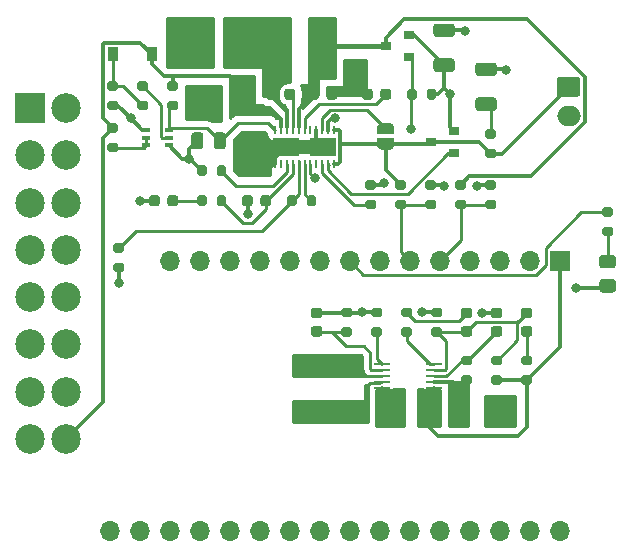
<source format=gtl>
G04 #@! TF.GenerationSoftware,KiCad,Pcbnew,(5.1.10)-1*
G04 #@! TF.CreationDate,2021-11-09T17:41:14+01:00*
G04 #@! TF.ProjectId,pcb-esp32-power,7063622d-6573-4703-9332-2d706f776572,rev?*
G04 #@! TF.SameCoordinates,Original*
G04 #@! TF.FileFunction,Copper,L1,Top*
G04 #@! TF.FilePolarity,Positive*
%FSLAX46Y46*%
G04 Gerber Fmt 4.6, Leading zero omitted, Abs format (unit mm)*
G04 Created by KiCad (PCBNEW (5.1.10)-1) date 2021-11-09 17:41:14*
%MOMM*%
%LPD*%
G01*
G04 APERTURE LIST*
G04 #@! TA.AperFunction,ComponentPad*
%ADD10O,2.000000X1.700000*%
G04 #@! TD*
G04 #@! TA.AperFunction,ComponentPad*
%ADD11R,1.700000X1.700000*%
G04 #@! TD*
G04 #@! TA.AperFunction,ComponentPad*
%ADD12O,1.700000X1.700000*%
G04 #@! TD*
G04 #@! TA.AperFunction,ComponentPad*
%ADD13R,2.500000X2.500000*%
G04 #@! TD*
G04 #@! TA.AperFunction,ComponentPad*
%ADD14C,2.500000*%
G04 #@! TD*
G04 #@! TA.AperFunction,SMDPad,CuDef*
%ADD15R,1.397000X0.279400*%
G04 #@! TD*
G04 #@! TA.AperFunction,SMDPad,CuDef*
%ADD16R,0.900000X1.200000*%
G04 #@! TD*
G04 #@! TA.AperFunction,SMDPad,CuDef*
%ADD17R,0.250000X0.700000*%
G04 #@! TD*
G04 #@! TA.AperFunction,SMDPad,CuDef*
%ADD18R,2.225000X1.650000*%
G04 #@! TD*
G04 #@! TA.AperFunction,SMDPad,CuDef*
%ADD19R,0.865000X0.889000*%
G04 #@! TD*
G04 #@! TA.AperFunction,SMDPad,CuDef*
%ADD20C,0.100000*%
G04 #@! TD*
G04 #@! TA.AperFunction,SMDPad,CuDef*
%ADD21R,0.650000X0.400000*%
G04 #@! TD*
G04 #@! TA.AperFunction,SMDPad,CuDef*
%ADD22R,0.900000X0.800000*%
G04 #@! TD*
G04 #@! TA.AperFunction,SMDPad,CuDef*
%ADD23R,2.500000X1.800000*%
G04 #@! TD*
G04 #@! TA.AperFunction,SMDPad,CuDef*
%ADD24R,1.200000X2.300000*%
G04 #@! TD*
G04 #@! TA.AperFunction,SMDPad,CuDef*
%ADD25R,2.300000X1.200000*%
G04 #@! TD*
G04 #@! TA.AperFunction,ViaPad*
%ADD26C,0.800000*%
G04 #@! TD*
G04 #@! TA.AperFunction,Conductor*
%ADD27C,0.300000*%
G04 #@! TD*
G04 #@! TA.AperFunction,Conductor*
%ADD28C,0.400000*%
G04 #@! TD*
G04 #@! TA.AperFunction,Conductor*
%ADD29C,0.250000*%
G04 #@! TD*
G04 #@! TA.AperFunction,Conductor*
%ADD30C,0.254000*%
G04 #@! TD*
G04 #@! TA.AperFunction,Conductor*
%ADD31C,0.100000*%
G04 #@! TD*
G04 APERTURE END LIST*
G04 #@! TA.AperFunction,ComponentPad*
G36*
G01*
X172986000Y-93638000D02*
X174486000Y-93638000D01*
G75*
G02*
X174736000Y-93888000I0J-250000D01*
G01*
X174736000Y-95088000D01*
G75*
G02*
X174486000Y-95338000I-250000J0D01*
G01*
X172986000Y-95338000D01*
G75*
G02*
X172736000Y-95088000I0J250000D01*
G01*
X172736000Y-93888000D01*
G75*
G02*
X172986000Y-93638000I250000J0D01*
G01*
G37*
G04 #@! TD.AperFunction*
D10*
X173736000Y-96988000D03*
D11*
X172974000Y-109220000D03*
D12*
X170434000Y-109220000D03*
X167894000Y-109220000D03*
X165354000Y-109220000D03*
X162814000Y-109220000D03*
X160274000Y-109220000D03*
X157734000Y-109220000D03*
X155194000Y-109220000D03*
X152654000Y-109220000D03*
X150114000Y-109220000D03*
X147574000Y-109220000D03*
X145034000Y-109220000D03*
X142494000Y-109220000D03*
X139954000Y-109220000D03*
X134874000Y-132080000D03*
X137414000Y-132080000D03*
X139954000Y-132080000D03*
X142494000Y-132080000D03*
X145034000Y-132080000D03*
X147574000Y-132080000D03*
X150114000Y-132080000D03*
X152654000Y-132080000D03*
X155194000Y-132080000D03*
X157734000Y-132080000D03*
X160274000Y-132080000D03*
X162814000Y-132080000D03*
X165354000Y-132080000D03*
X167894000Y-132080000D03*
X170434000Y-132080000D03*
X172974000Y-132080000D03*
D13*
X128143000Y-96307000D03*
D14*
X128143000Y-100307000D03*
X128143000Y-104307000D03*
X128143000Y-108307000D03*
X128143000Y-112307000D03*
X128143000Y-116307000D03*
X128143000Y-120307000D03*
X128143000Y-124307000D03*
X131143000Y-96307000D03*
X131143000Y-100307000D03*
X131143000Y-104307000D03*
X131143000Y-108307000D03*
X131143000Y-112307000D03*
X131143000Y-116307000D03*
X131143000Y-120307000D03*
X131143000Y-124307000D03*
D15*
X162325050Y-117998240D03*
X162325050Y-118498619D03*
X162325050Y-118999000D03*
X162325050Y-119499381D03*
X162325050Y-119999760D03*
X157956250Y-119999760D03*
X157956250Y-119499381D03*
X157956250Y-118999000D03*
X157956250Y-118498619D03*
X157956250Y-117998240D03*
G04 #@! TA.AperFunction,SMDPad,CuDef*
G36*
G01*
X177488001Y-111922000D02*
X176587999Y-111922000D01*
G75*
G02*
X176338000Y-111672001I0J249999D01*
G01*
X176338000Y-111021999D01*
G75*
G02*
X176587999Y-110772000I249999J0D01*
G01*
X177488001Y-110772000D01*
G75*
G02*
X177738000Y-111021999I0J-249999D01*
G01*
X177738000Y-111672001D01*
G75*
G02*
X177488001Y-111922000I-249999J0D01*
G01*
G37*
G04 #@! TD.AperFunction*
G04 #@! TA.AperFunction,SMDPad,CuDef*
G36*
G01*
X177488001Y-109872000D02*
X176587999Y-109872000D01*
G75*
G02*
X176338000Y-109622001I0J249999D01*
G01*
X176338000Y-108971999D01*
G75*
G02*
X176587999Y-108722000I249999J0D01*
G01*
X177488001Y-108722000D01*
G75*
G02*
X177738000Y-108971999I0J-249999D01*
G01*
X177738000Y-109622001D01*
G75*
G02*
X177488001Y-109872000I-249999J0D01*
G01*
G37*
G04 #@! TD.AperFunction*
D16*
X138429000Y-91694000D03*
X135129000Y-91694000D03*
D17*
X148884000Y-101018000D03*
X149384000Y-101018000D03*
X149884000Y-101018000D03*
X150384000Y-101018000D03*
X150884000Y-101018000D03*
X151384000Y-101018000D03*
X151884000Y-101018000D03*
X152384000Y-101018000D03*
X152884000Y-101018000D03*
X153384000Y-101018000D03*
X153884000Y-101018000D03*
X153884000Y-98118000D03*
X153384000Y-98118000D03*
X152884000Y-98118000D03*
X152384000Y-98118000D03*
X151884000Y-98118000D03*
X151384000Y-98118000D03*
X150884000Y-98118000D03*
X150384000Y-98118000D03*
X149884000Y-98118000D03*
X149384000Y-98118000D03*
X148884000Y-98118000D03*
D18*
X149834000Y-99568000D03*
D19*
X151384000Y-99568000D03*
D18*
X152934000Y-99568000D03*
G04 #@! TA.AperFunction,SMDPad,CuDef*
D20*
G36*
X157492000Y-98529000D02*
G01*
X157492000Y-98029000D01*
X157492602Y-98029000D01*
X157492602Y-98004466D01*
X157497412Y-97955635D01*
X157506984Y-97907510D01*
X157521228Y-97860555D01*
X157540005Y-97815222D01*
X157563136Y-97771949D01*
X157590396Y-97731150D01*
X157621524Y-97693221D01*
X157656221Y-97658524D01*
X157694150Y-97627396D01*
X157734949Y-97600136D01*
X157778222Y-97577005D01*
X157823555Y-97558228D01*
X157870510Y-97543984D01*
X157918635Y-97534412D01*
X157967466Y-97529602D01*
X157992000Y-97529602D01*
X157992000Y-97529000D01*
X158492000Y-97529000D01*
X158492000Y-97529602D01*
X158516534Y-97529602D01*
X158565365Y-97534412D01*
X158613490Y-97543984D01*
X158660445Y-97558228D01*
X158705778Y-97577005D01*
X158749051Y-97600136D01*
X158789850Y-97627396D01*
X158827779Y-97658524D01*
X158862476Y-97693221D01*
X158893604Y-97731150D01*
X158920864Y-97771949D01*
X158943995Y-97815222D01*
X158962772Y-97860555D01*
X158977016Y-97907510D01*
X158986588Y-97955635D01*
X158991398Y-98004466D01*
X158991398Y-98029000D01*
X158992000Y-98029000D01*
X158992000Y-98529000D01*
X157492000Y-98529000D01*
G37*
G04 #@! TD.AperFunction*
G04 #@! TA.AperFunction,SMDPad,CuDef*
G36*
X158991398Y-99329000D02*
G01*
X158991398Y-99353534D01*
X158986588Y-99402365D01*
X158977016Y-99450490D01*
X158962772Y-99497445D01*
X158943995Y-99542778D01*
X158920864Y-99586051D01*
X158893604Y-99626850D01*
X158862476Y-99664779D01*
X158827779Y-99699476D01*
X158789850Y-99730604D01*
X158749051Y-99757864D01*
X158705778Y-99780995D01*
X158660445Y-99799772D01*
X158613490Y-99814016D01*
X158565365Y-99823588D01*
X158516534Y-99828398D01*
X158492000Y-99828398D01*
X158492000Y-99829000D01*
X157992000Y-99829000D01*
X157992000Y-99828398D01*
X157967466Y-99828398D01*
X157918635Y-99823588D01*
X157870510Y-99814016D01*
X157823555Y-99799772D01*
X157778222Y-99780995D01*
X157734949Y-99757864D01*
X157694150Y-99730604D01*
X157656221Y-99699476D01*
X157621524Y-99664779D01*
X157590396Y-99626850D01*
X157563136Y-99586051D01*
X157540005Y-99542778D01*
X157521228Y-99497445D01*
X157506984Y-99450490D01*
X157497412Y-99402365D01*
X157492602Y-99353534D01*
X157492602Y-99329000D01*
X157492000Y-99329000D01*
X157492000Y-98829000D01*
X158992000Y-98829000D01*
X158992000Y-99329000D01*
X158991398Y-99329000D01*
G37*
G04 #@! TD.AperFunction*
D21*
X137988000Y-98156000D03*
X137988000Y-99456000D03*
X139888000Y-98806000D03*
X137988000Y-98806000D03*
X139888000Y-99456000D03*
X139888000Y-98156000D03*
D22*
X160258000Y-92009000D03*
X160258000Y-90109000D03*
X158258000Y-91059000D03*
X162068000Y-99187000D03*
X164068000Y-98237000D03*
X164068000Y-100137000D03*
D23*
X146145000Y-90805000D03*
X142145000Y-90805000D03*
G04 #@! TA.AperFunction,SMDPad,CuDef*
G36*
G01*
X167890000Y-114102000D02*
X167390000Y-114102000D01*
G75*
G02*
X167165000Y-113877000I0J225000D01*
G01*
X167165000Y-113427000D01*
G75*
G02*
X167390000Y-113202000I225000J0D01*
G01*
X167890000Y-113202000D01*
G75*
G02*
X168115000Y-113427000I0J-225000D01*
G01*
X168115000Y-113877000D01*
G75*
G02*
X167890000Y-114102000I-225000J0D01*
G01*
G37*
G04 #@! TD.AperFunction*
G04 #@! TA.AperFunction,SMDPad,CuDef*
G36*
G01*
X167890000Y-115652000D02*
X167390000Y-115652000D01*
G75*
G02*
X167165000Y-115427000I0J225000D01*
G01*
X167165000Y-114977000D01*
G75*
G02*
X167390000Y-114752000I225000J0D01*
G01*
X167890000Y-114752000D01*
G75*
G02*
X168115000Y-114977000I0J-225000D01*
G01*
X168115000Y-115427000D01*
G75*
G02*
X167890000Y-115652000I-225000J0D01*
G01*
G37*
G04 #@! TD.AperFunction*
G04 #@! TA.AperFunction,SMDPad,CuDef*
G36*
G01*
X152650000Y-115652000D02*
X152150000Y-115652000D01*
G75*
G02*
X151925000Y-115427000I0J225000D01*
G01*
X151925000Y-114977000D01*
G75*
G02*
X152150000Y-114752000I225000J0D01*
G01*
X152650000Y-114752000D01*
G75*
G02*
X152875000Y-114977000I0J-225000D01*
G01*
X152875000Y-115427000D01*
G75*
G02*
X152650000Y-115652000I-225000J0D01*
G01*
G37*
G04 #@! TD.AperFunction*
G04 #@! TA.AperFunction,SMDPad,CuDef*
G36*
G01*
X152650000Y-114102000D02*
X152150000Y-114102000D01*
G75*
G02*
X151925000Y-113877000I0J225000D01*
G01*
X151925000Y-113427000D01*
G75*
G02*
X152150000Y-113202000I225000J0D01*
G01*
X152650000Y-113202000D01*
G75*
G02*
X152875000Y-113427000I0J-225000D01*
G01*
X152875000Y-113877000D01*
G75*
G02*
X152650000Y-114102000I-225000J0D01*
G01*
G37*
G04 #@! TD.AperFunction*
G04 #@! TA.AperFunction,SMDPad,CuDef*
G36*
G01*
X165350000Y-114102000D02*
X164850000Y-114102000D01*
G75*
G02*
X164625000Y-113877000I0J225000D01*
G01*
X164625000Y-113427000D01*
G75*
G02*
X164850000Y-113202000I225000J0D01*
G01*
X165350000Y-113202000D01*
G75*
G02*
X165575000Y-113427000I0J-225000D01*
G01*
X165575000Y-113877000D01*
G75*
G02*
X165350000Y-114102000I-225000J0D01*
G01*
G37*
G04 #@! TD.AperFunction*
G04 #@! TA.AperFunction,SMDPad,CuDef*
G36*
G01*
X165350000Y-115652000D02*
X164850000Y-115652000D01*
G75*
G02*
X164625000Y-115427000I0J225000D01*
G01*
X164625000Y-114977000D01*
G75*
G02*
X164850000Y-114752000I225000J0D01*
G01*
X165350000Y-114752000D01*
G75*
G02*
X165575000Y-114977000I0J-225000D01*
G01*
X165575000Y-115427000D01*
G75*
G02*
X165350000Y-115652000I-225000J0D01*
G01*
G37*
G04 #@! TD.AperFunction*
G04 #@! TA.AperFunction,SMDPad,CuDef*
G36*
G01*
X170430000Y-115652000D02*
X169930000Y-115652000D01*
G75*
G02*
X169705000Y-115427000I0J225000D01*
G01*
X169705000Y-114977000D01*
G75*
G02*
X169930000Y-114752000I225000J0D01*
G01*
X170430000Y-114752000D01*
G75*
G02*
X170655000Y-114977000I0J-225000D01*
G01*
X170655000Y-115427000D01*
G75*
G02*
X170430000Y-115652000I-225000J0D01*
G01*
G37*
G04 #@! TD.AperFunction*
G04 #@! TA.AperFunction,SMDPad,CuDef*
G36*
G01*
X170430000Y-114102000D02*
X169930000Y-114102000D01*
G75*
G02*
X169705000Y-113877000I0J225000D01*
G01*
X169705000Y-113427000D01*
G75*
G02*
X169930000Y-113202000I225000J0D01*
G01*
X170430000Y-113202000D01*
G75*
G02*
X170655000Y-113427000I0J-225000D01*
G01*
X170655000Y-113877000D01*
G75*
G02*
X170430000Y-114102000I-225000J0D01*
G01*
G37*
G04 #@! TD.AperFunction*
G04 #@! TA.AperFunction,SMDPad,CuDef*
G36*
G01*
X148545000Y-103890000D02*
X148545000Y-104390000D01*
G75*
G02*
X148320000Y-104615000I-225000J0D01*
G01*
X147870000Y-104615000D01*
G75*
G02*
X147645000Y-104390000I0J225000D01*
G01*
X147645000Y-103890000D01*
G75*
G02*
X147870000Y-103665000I225000J0D01*
G01*
X148320000Y-103665000D01*
G75*
G02*
X148545000Y-103890000I0J-225000D01*
G01*
G37*
G04 #@! TD.AperFunction*
G04 #@! TA.AperFunction,SMDPad,CuDef*
G36*
G01*
X146995000Y-103890000D02*
X146995000Y-104390000D01*
G75*
G02*
X146770000Y-104615000I-225000J0D01*
G01*
X146320000Y-104615000D01*
G75*
G02*
X146095000Y-104390000I0J225000D01*
G01*
X146095000Y-103890000D01*
G75*
G02*
X146320000Y-103665000I225000J0D01*
G01*
X146770000Y-103665000D01*
G75*
G02*
X146995000Y-103890000I0J-225000D01*
G01*
G37*
G04 #@! TD.AperFunction*
G04 #@! TA.AperFunction,SMDPad,CuDef*
G36*
G01*
X143753000Y-94980999D02*
X143753000Y-96281001D01*
G75*
G02*
X143503001Y-96531000I-249999J0D01*
G01*
X142852999Y-96531000D01*
G75*
G02*
X142603000Y-96281001I0J249999D01*
G01*
X142603000Y-94980999D01*
G75*
G02*
X142852999Y-94731000I249999J0D01*
G01*
X143503001Y-94731000D01*
G75*
G02*
X143753000Y-94980999I0J-249999D01*
G01*
G37*
G04 #@! TD.AperFunction*
G04 #@! TA.AperFunction,SMDPad,CuDef*
G36*
G01*
X146703000Y-94980999D02*
X146703000Y-96281001D01*
G75*
G02*
X146453001Y-96531000I-249999J0D01*
G01*
X145802999Y-96531000D01*
G75*
G02*
X145553000Y-96281001I0J249999D01*
G01*
X145553000Y-94980999D01*
G75*
G02*
X145802999Y-94731000I249999J0D01*
G01*
X146453001Y-94731000D01*
G75*
G02*
X146703000Y-94980999I0J-249999D01*
G01*
G37*
G04 #@! TD.AperFunction*
G04 #@! TA.AperFunction,SMDPad,CuDef*
G36*
G01*
X144706000Y-98585000D02*
X144706000Y-99535000D01*
G75*
G02*
X144456000Y-99785000I-250000J0D01*
G01*
X143956000Y-99785000D01*
G75*
G02*
X143706000Y-99535000I0J250000D01*
G01*
X143706000Y-98585000D01*
G75*
G02*
X143956000Y-98335000I250000J0D01*
G01*
X144456000Y-98335000D01*
G75*
G02*
X144706000Y-98585000I0J-250000D01*
G01*
G37*
G04 #@! TD.AperFunction*
G04 #@! TA.AperFunction,SMDPad,CuDef*
G36*
G01*
X142806000Y-98585000D02*
X142806000Y-99535000D01*
G75*
G02*
X142556000Y-99785000I-250000J0D01*
G01*
X142056000Y-99785000D01*
G75*
G02*
X141806000Y-99535000I0J250000D01*
G01*
X141806000Y-98585000D01*
G75*
G02*
X142056000Y-98335000I250000J0D01*
G01*
X142556000Y-98335000D01*
G75*
G02*
X142806000Y-98585000I0J-250000D01*
G01*
G37*
G04 #@! TD.AperFunction*
G04 #@! TA.AperFunction,SMDPad,CuDef*
G36*
G01*
X140671000Y-103890000D02*
X140671000Y-104390000D01*
G75*
G02*
X140446000Y-104615000I-225000J0D01*
G01*
X139996000Y-104615000D01*
G75*
G02*
X139771000Y-104390000I0J225000D01*
G01*
X139771000Y-103890000D01*
G75*
G02*
X139996000Y-103665000I225000J0D01*
G01*
X140446000Y-103665000D01*
G75*
G02*
X140671000Y-103890000I0J-225000D01*
G01*
G37*
G04 #@! TD.AperFunction*
G04 #@! TA.AperFunction,SMDPad,CuDef*
G36*
G01*
X139121000Y-103890000D02*
X139121000Y-104390000D01*
G75*
G02*
X138896000Y-104615000I-225000J0D01*
G01*
X138446000Y-104615000D01*
G75*
G02*
X138221000Y-104390000I0J225000D01*
G01*
X138221000Y-103890000D01*
G75*
G02*
X138446000Y-103665000I225000J0D01*
G01*
X138896000Y-103665000D01*
G75*
G02*
X139121000Y-103890000I0J-225000D01*
G01*
G37*
G04 #@! TD.AperFunction*
G04 #@! TA.AperFunction,SMDPad,CuDef*
G36*
G01*
X158705000Y-94873000D02*
X158705000Y-95373000D01*
G75*
G02*
X158480000Y-95598000I-225000J0D01*
G01*
X158030000Y-95598000D01*
G75*
G02*
X157805000Y-95373000I0J225000D01*
G01*
X157805000Y-94873000D01*
G75*
G02*
X158030000Y-94648000I225000J0D01*
G01*
X158480000Y-94648000D01*
G75*
G02*
X158705000Y-94873000I0J-225000D01*
G01*
G37*
G04 #@! TD.AperFunction*
G04 #@! TA.AperFunction,SMDPad,CuDef*
G36*
G01*
X157155000Y-94873000D02*
X157155000Y-95373000D01*
G75*
G02*
X156930000Y-95598000I-225000J0D01*
G01*
X156480000Y-95598000D01*
G75*
G02*
X156255000Y-95373000I0J225000D01*
G01*
X156255000Y-94873000D01*
G75*
G02*
X156480000Y-94648000I225000J0D01*
G01*
X156930000Y-94648000D01*
G75*
G02*
X157155000Y-94873000I0J-225000D01*
G01*
G37*
G04 #@! TD.AperFunction*
G04 #@! TA.AperFunction,SMDPad,CuDef*
G36*
G01*
X149677000Y-95373000D02*
X149677000Y-94873000D01*
G75*
G02*
X149902000Y-94648000I225000J0D01*
G01*
X150352000Y-94648000D01*
G75*
G02*
X150577000Y-94873000I0J-225000D01*
G01*
X150577000Y-95373000D01*
G75*
G02*
X150352000Y-95598000I-225000J0D01*
G01*
X149902000Y-95598000D01*
G75*
G02*
X149677000Y-95373000I0J225000D01*
G01*
G37*
G04 #@! TD.AperFunction*
G04 #@! TA.AperFunction,SMDPad,CuDef*
G36*
G01*
X148127000Y-95373000D02*
X148127000Y-94873000D01*
G75*
G02*
X148352000Y-94648000I225000J0D01*
G01*
X148802000Y-94648000D01*
G75*
G02*
X149027000Y-94873000I0J-225000D01*
G01*
X149027000Y-95373000D01*
G75*
G02*
X148802000Y-95598000I-225000J0D01*
G01*
X148352000Y-95598000D01*
G75*
G02*
X148127000Y-95373000I0J225000D01*
G01*
G37*
G04 #@! TD.AperFunction*
G04 #@! TA.AperFunction,SMDPad,CuDef*
G36*
G01*
X151683000Y-95373000D02*
X151683000Y-94873000D01*
G75*
G02*
X151908000Y-94648000I225000J0D01*
G01*
X152358000Y-94648000D01*
G75*
G02*
X152583000Y-94873000I0J-225000D01*
G01*
X152583000Y-95373000D01*
G75*
G02*
X152358000Y-95598000I-225000J0D01*
G01*
X151908000Y-95598000D01*
G75*
G02*
X151683000Y-95373000I0J225000D01*
G01*
G37*
G04 #@! TD.AperFunction*
G04 #@! TA.AperFunction,SMDPad,CuDef*
G36*
G01*
X153233000Y-95373000D02*
X153233000Y-94873000D01*
G75*
G02*
X153458000Y-94648000I225000J0D01*
G01*
X153908000Y-94648000D01*
G75*
G02*
X154133000Y-94873000I0J-225000D01*
G01*
X154133000Y-95373000D01*
G75*
G02*
X153908000Y-95598000I-225000J0D01*
G01*
X153458000Y-95598000D01*
G75*
G02*
X153233000Y-95373000I0J225000D01*
G01*
G37*
G04 #@! TD.AperFunction*
G04 #@! TA.AperFunction,SMDPad,CuDef*
G36*
G01*
X163845001Y-93236000D02*
X162544999Y-93236000D01*
G75*
G02*
X162295000Y-92986001I0J249999D01*
G01*
X162295000Y-92335999D01*
G75*
G02*
X162544999Y-92086000I249999J0D01*
G01*
X163845001Y-92086000D01*
G75*
G02*
X164095000Y-92335999I0J-249999D01*
G01*
X164095000Y-92986001D01*
G75*
G02*
X163845001Y-93236000I-249999J0D01*
G01*
G37*
G04 #@! TD.AperFunction*
G04 #@! TA.AperFunction,SMDPad,CuDef*
G36*
G01*
X163845001Y-90286000D02*
X162544999Y-90286000D01*
G75*
G02*
X162295000Y-90036001I0J249999D01*
G01*
X162295000Y-89385999D01*
G75*
G02*
X162544999Y-89136000I249999J0D01*
G01*
X163845001Y-89136000D01*
G75*
G02*
X164095000Y-89385999I0J-249999D01*
G01*
X164095000Y-90036001D01*
G75*
G02*
X163845001Y-90286000I-249999J0D01*
G01*
G37*
G04 #@! TD.AperFunction*
G04 #@! TA.AperFunction,SMDPad,CuDef*
G36*
G01*
X164317000Y-102407000D02*
X164867000Y-102407000D01*
G75*
G02*
X165067000Y-102607000I0J-200000D01*
G01*
X165067000Y-103007000D01*
G75*
G02*
X164867000Y-103207000I-200000J0D01*
G01*
X164317000Y-103207000D01*
G75*
G02*
X164117000Y-103007000I0J200000D01*
G01*
X164117000Y-102607000D01*
G75*
G02*
X164317000Y-102407000I200000J0D01*
G01*
G37*
G04 #@! TD.AperFunction*
G04 #@! TA.AperFunction,SMDPad,CuDef*
G36*
G01*
X164317000Y-104057000D02*
X164867000Y-104057000D01*
G75*
G02*
X165067000Y-104257000I0J-200000D01*
G01*
X165067000Y-104657000D01*
G75*
G02*
X164867000Y-104857000I-200000J0D01*
G01*
X164317000Y-104857000D01*
G75*
G02*
X164117000Y-104657000I0J200000D01*
G01*
X164117000Y-104257000D01*
G75*
G02*
X164317000Y-104057000I200000J0D01*
G01*
G37*
G04 #@! TD.AperFunction*
G04 #@! TA.AperFunction,SMDPad,CuDef*
G36*
G01*
X167407000Y-104857000D02*
X166857000Y-104857000D01*
G75*
G02*
X166657000Y-104657000I0J200000D01*
G01*
X166657000Y-104257000D01*
G75*
G02*
X166857000Y-104057000I200000J0D01*
G01*
X167407000Y-104057000D01*
G75*
G02*
X167607000Y-104257000I0J-200000D01*
G01*
X167607000Y-104657000D01*
G75*
G02*
X167407000Y-104857000I-200000J0D01*
G01*
G37*
G04 #@! TD.AperFunction*
G04 #@! TA.AperFunction,SMDPad,CuDef*
G36*
G01*
X167407000Y-103207000D02*
X166857000Y-103207000D01*
G75*
G02*
X166657000Y-103007000I0J200000D01*
G01*
X166657000Y-102607000D01*
G75*
G02*
X166857000Y-102407000I200000J0D01*
G01*
X167407000Y-102407000D01*
G75*
G02*
X167607000Y-102607000I0J-200000D01*
G01*
X167607000Y-103007000D01*
G75*
G02*
X167407000Y-103207000I-200000J0D01*
G01*
G37*
G04 #@! TD.AperFunction*
G04 #@! TA.AperFunction,SMDPad,CuDef*
G36*
G01*
X159237000Y-102407000D02*
X159787000Y-102407000D01*
G75*
G02*
X159987000Y-102607000I0J-200000D01*
G01*
X159987000Y-103007000D01*
G75*
G02*
X159787000Y-103207000I-200000J0D01*
G01*
X159237000Y-103207000D01*
G75*
G02*
X159037000Y-103007000I0J200000D01*
G01*
X159037000Y-102607000D01*
G75*
G02*
X159237000Y-102407000I200000J0D01*
G01*
G37*
G04 #@! TD.AperFunction*
G04 #@! TA.AperFunction,SMDPad,CuDef*
G36*
G01*
X159237000Y-104057000D02*
X159787000Y-104057000D01*
G75*
G02*
X159987000Y-104257000I0J-200000D01*
G01*
X159987000Y-104657000D01*
G75*
G02*
X159787000Y-104857000I-200000J0D01*
G01*
X159237000Y-104857000D01*
G75*
G02*
X159037000Y-104657000I0J200000D01*
G01*
X159037000Y-104257000D01*
G75*
G02*
X159237000Y-104057000I200000J0D01*
G01*
G37*
G04 #@! TD.AperFunction*
G04 #@! TA.AperFunction,SMDPad,CuDef*
G36*
G01*
X162327000Y-103207000D02*
X161777000Y-103207000D01*
G75*
G02*
X161577000Y-103007000I0J200000D01*
G01*
X161577000Y-102607000D01*
G75*
G02*
X161777000Y-102407000I200000J0D01*
G01*
X162327000Y-102407000D01*
G75*
G02*
X162527000Y-102607000I0J-200000D01*
G01*
X162527000Y-103007000D01*
G75*
G02*
X162327000Y-103207000I-200000J0D01*
G01*
G37*
G04 #@! TD.AperFunction*
G04 #@! TA.AperFunction,SMDPad,CuDef*
G36*
G01*
X162327000Y-104857000D02*
X161777000Y-104857000D01*
G75*
G02*
X161577000Y-104657000I0J200000D01*
G01*
X161577000Y-104257000D01*
G75*
G02*
X161777000Y-104057000I200000J0D01*
G01*
X162327000Y-104057000D01*
G75*
G02*
X162527000Y-104257000I0J-200000D01*
G01*
X162527000Y-104657000D01*
G75*
G02*
X162327000Y-104857000I-200000J0D01*
G01*
G37*
G04 #@! TD.AperFunction*
G04 #@! TA.AperFunction,SMDPad,CuDef*
G36*
G01*
X135361000Y-107741000D02*
X135911000Y-107741000D01*
G75*
G02*
X136111000Y-107941000I0J-200000D01*
G01*
X136111000Y-108341000D01*
G75*
G02*
X135911000Y-108541000I-200000J0D01*
G01*
X135361000Y-108541000D01*
G75*
G02*
X135161000Y-108341000I0J200000D01*
G01*
X135161000Y-107941000D01*
G75*
G02*
X135361000Y-107741000I200000J0D01*
G01*
G37*
G04 #@! TD.AperFunction*
G04 #@! TA.AperFunction,SMDPad,CuDef*
G36*
G01*
X135361000Y-109391000D02*
X135911000Y-109391000D01*
G75*
G02*
X136111000Y-109591000I0J-200000D01*
G01*
X136111000Y-109991000D01*
G75*
G02*
X135911000Y-110191000I-200000J0D01*
G01*
X135361000Y-110191000D01*
G75*
G02*
X135161000Y-109991000I0J200000D01*
G01*
X135161000Y-109591000D01*
G75*
G02*
X135361000Y-109391000I200000J0D01*
G01*
G37*
G04 #@! TD.AperFunction*
G04 #@! TA.AperFunction,SMDPad,CuDef*
G36*
G01*
X165375000Y-118066000D02*
X164825000Y-118066000D01*
G75*
G02*
X164625000Y-117866000I0J200000D01*
G01*
X164625000Y-117466000D01*
G75*
G02*
X164825000Y-117266000I200000J0D01*
G01*
X165375000Y-117266000D01*
G75*
G02*
X165575000Y-117466000I0J-200000D01*
G01*
X165575000Y-117866000D01*
G75*
G02*
X165375000Y-118066000I-200000J0D01*
G01*
G37*
G04 #@! TD.AperFunction*
G04 #@! TA.AperFunction,SMDPad,CuDef*
G36*
G01*
X165375000Y-119716000D02*
X164825000Y-119716000D01*
G75*
G02*
X164625000Y-119516000I0J200000D01*
G01*
X164625000Y-119116000D01*
G75*
G02*
X164825000Y-118916000I200000J0D01*
G01*
X165375000Y-118916000D01*
G75*
G02*
X165575000Y-119116000I0J-200000D01*
G01*
X165575000Y-119516000D01*
G75*
G02*
X165375000Y-119716000I-200000J0D01*
G01*
G37*
G04 #@! TD.AperFunction*
G04 #@! TA.AperFunction,SMDPad,CuDef*
G36*
G01*
X157755000Y-114002000D02*
X157205000Y-114002000D01*
G75*
G02*
X157005000Y-113802000I0J200000D01*
G01*
X157005000Y-113402000D01*
G75*
G02*
X157205000Y-113202000I200000J0D01*
G01*
X157755000Y-113202000D01*
G75*
G02*
X157955000Y-113402000I0J-200000D01*
G01*
X157955000Y-113802000D01*
G75*
G02*
X157755000Y-114002000I-200000J0D01*
G01*
G37*
G04 #@! TD.AperFunction*
G04 #@! TA.AperFunction,SMDPad,CuDef*
G36*
G01*
X157755000Y-115652000D02*
X157205000Y-115652000D01*
G75*
G02*
X157005000Y-115452000I0J200000D01*
G01*
X157005000Y-115052000D01*
G75*
G02*
X157205000Y-114852000I200000J0D01*
G01*
X157755000Y-114852000D01*
G75*
G02*
X157955000Y-115052000I0J-200000D01*
G01*
X157955000Y-115452000D01*
G75*
G02*
X157755000Y-115652000I-200000J0D01*
G01*
G37*
G04 #@! TD.AperFunction*
G04 #@! TA.AperFunction,SMDPad,CuDef*
G36*
G01*
X155215000Y-115652000D02*
X154665000Y-115652000D01*
G75*
G02*
X154465000Y-115452000I0J200000D01*
G01*
X154465000Y-115052000D01*
G75*
G02*
X154665000Y-114852000I200000J0D01*
G01*
X155215000Y-114852000D01*
G75*
G02*
X155415000Y-115052000I0J-200000D01*
G01*
X155415000Y-115452000D01*
G75*
G02*
X155215000Y-115652000I-200000J0D01*
G01*
G37*
G04 #@! TD.AperFunction*
G04 #@! TA.AperFunction,SMDPad,CuDef*
G36*
G01*
X155215000Y-114002000D02*
X154665000Y-114002000D01*
G75*
G02*
X154465000Y-113802000I0J200000D01*
G01*
X154465000Y-113402000D01*
G75*
G02*
X154665000Y-113202000I200000J0D01*
G01*
X155215000Y-113202000D01*
G75*
G02*
X155415000Y-113402000I0J-200000D01*
G01*
X155415000Y-113802000D01*
G75*
G02*
X155215000Y-114002000I-200000J0D01*
G01*
G37*
G04 #@! TD.AperFunction*
G04 #@! TA.AperFunction,SMDPad,CuDef*
G36*
G01*
X159745000Y-114852000D02*
X160295000Y-114852000D01*
G75*
G02*
X160495000Y-115052000I0J-200000D01*
G01*
X160495000Y-115452000D01*
G75*
G02*
X160295000Y-115652000I-200000J0D01*
G01*
X159745000Y-115652000D01*
G75*
G02*
X159545000Y-115452000I0J200000D01*
G01*
X159545000Y-115052000D01*
G75*
G02*
X159745000Y-114852000I200000J0D01*
G01*
G37*
G04 #@! TD.AperFunction*
G04 #@! TA.AperFunction,SMDPad,CuDef*
G36*
G01*
X159745000Y-113202000D02*
X160295000Y-113202000D01*
G75*
G02*
X160495000Y-113402000I0J-200000D01*
G01*
X160495000Y-113802000D01*
G75*
G02*
X160295000Y-114002000I-200000J0D01*
G01*
X159745000Y-114002000D01*
G75*
G02*
X159545000Y-113802000I0J200000D01*
G01*
X159545000Y-113402000D01*
G75*
G02*
X159745000Y-113202000I200000J0D01*
G01*
G37*
G04 #@! TD.AperFunction*
G04 #@! TA.AperFunction,SMDPad,CuDef*
G36*
G01*
X167915000Y-118066000D02*
X167365000Y-118066000D01*
G75*
G02*
X167165000Y-117866000I0J200000D01*
G01*
X167165000Y-117466000D01*
G75*
G02*
X167365000Y-117266000I200000J0D01*
G01*
X167915000Y-117266000D01*
G75*
G02*
X168115000Y-117466000I0J-200000D01*
G01*
X168115000Y-117866000D01*
G75*
G02*
X167915000Y-118066000I-200000J0D01*
G01*
G37*
G04 #@! TD.AperFunction*
G04 #@! TA.AperFunction,SMDPad,CuDef*
G36*
G01*
X167915000Y-119716000D02*
X167365000Y-119716000D01*
G75*
G02*
X167165000Y-119516000I0J200000D01*
G01*
X167165000Y-119116000D01*
G75*
G02*
X167365000Y-118916000I200000J0D01*
G01*
X167915000Y-118916000D01*
G75*
G02*
X168115000Y-119116000I0J-200000D01*
G01*
X168115000Y-119516000D01*
G75*
G02*
X167915000Y-119716000I-200000J0D01*
G01*
G37*
G04 #@! TD.AperFunction*
G04 #@! TA.AperFunction,SMDPad,CuDef*
G36*
G01*
X162835000Y-115652000D02*
X162285000Y-115652000D01*
G75*
G02*
X162085000Y-115452000I0J200000D01*
G01*
X162085000Y-115052000D01*
G75*
G02*
X162285000Y-114852000I200000J0D01*
G01*
X162835000Y-114852000D01*
G75*
G02*
X163035000Y-115052000I0J-200000D01*
G01*
X163035000Y-115452000D01*
G75*
G02*
X162835000Y-115652000I-200000J0D01*
G01*
G37*
G04 #@! TD.AperFunction*
G04 #@! TA.AperFunction,SMDPad,CuDef*
G36*
G01*
X162835000Y-114002000D02*
X162285000Y-114002000D01*
G75*
G02*
X162085000Y-113802000I0J200000D01*
G01*
X162085000Y-113402000D01*
G75*
G02*
X162285000Y-113202000I200000J0D01*
G01*
X162835000Y-113202000D01*
G75*
G02*
X163035000Y-113402000I0J-200000D01*
G01*
X163035000Y-113802000D01*
G75*
G02*
X162835000Y-114002000I-200000J0D01*
G01*
G37*
G04 #@! TD.AperFunction*
G04 #@! TA.AperFunction,SMDPad,CuDef*
G36*
G01*
X170455000Y-118066000D02*
X169905000Y-118066000D01*
G75*
G02*
X169705000Y-117866000I0J200000D01*
G01*
X169705000Y-117466000D01*
G75*
G02*
X169905000Y-117266000I200000J0D01*
G01*
X170455000Y-117266000D01*
G75*
G02*
X170655000Y-117466000I0J-200000D01*
G01*
X170655000Y-117866000D01*
G75*
G02*
X170455000Y-118066000I-200000J0D01*
G01*
G37*
G04 #@! TD.AperFunction*
G04 #@! TA.AperFunction,SMDPad,CuDef*
G36*
G01*
X170455000Y-119716000D02*
X169905000Y-119716000D01*
G75*
G02*
X169705000Y-119516000I0J200000D01*
G01*
X169705000Y-119116000D01*
G75*
G02*
X169905000Y-118916000I200000J0D01*
G01*
X170455000Y-118916000D01*
G75*
G02*
X170655000Y-119116000I0J-200000D01*
G01*
X170655000Y-119516000D01*
G75*
G02*
X170455000Y-119716000I-200000J0D01*
G01*
G37*
G04 #@! TD.AperFunction*
G04 #@! TA.AperFunction,SMDPad,CuDef*
G36*
G01*
X176763000Y-104693000D02*
X177313000Y-104693000D01*
G75*
G02*
X177513000Y-104893000I0J-200000D01*
G01*
X177513000Y-105293000D01*
G75*
G02*
X177313000Y-105493000I-200000J0D01*
G01*
X176763000Y-105493000D01*
G75*
G02*
X176563000Y-105293000I0J200000D01*
G01*
X176563000Y-104893000D01*
G75*
G02*
X176763000Y-104693000I200000J0D01*
G01*
G37*
G04 #@! TD.AperFunction*
G04 #@! TA.AperFunction,SMDPad,CuDef*
G36*
G01*
X176763000Y-106343000D02*
X177313000Y-106343000D01*
G75*
G02*
X177513000Y-106543000I0J-200000D01*
G01*
X177513000Y-106943000D01*
G75*
G02*
X177313000Y-107143000I-200000J0D01*
G01*
X176763000Y-107143000D01*
G75*
G02*
X176563000Y-106943000I0J200000D01*
G01*
X176563000Y-106543000D01*
G75*
G02*
X176763000Y-106343000I200000J0D01*
G01*
G37*
G04 #@! TD.AperFunction*
G04 #@! TA.AperFunction,SMDPad,CuDef*
G36*
G01*
X134853000Y-94025000D02*
X135403000Y-94025000D01*
G75*
G02*
X135603000Y-94225000I0J-200000D01*
G01*
X135603000Y-94625000D01*
G75*
G02*
X135403000Y-94825000I-200000J0D01*
G01*
X134853000Y-94825000D01*
G75*
G02*
X134653000Y-94625000I0J200000D01*
G01*
X134653000Y-94225000D01*
G75*
G02*
X134853000Y-94025000I200000J0D01*
G01*
G37*
G04 #@! TD.AperFunction*
G04 #@! TA.AperFunction,SMDPad,CuDef*
G36*
G01*
X134853000Y-95675000D02*
X135403000Y-95675000D01*
G75*
G02*
X135603000Y-95875000I0J-200000D01*
G01*
X135603000Y-96275000D01*
G75*
G02*
X135403000Y-96475000I-200000J0D01*
G01*
X134853000Y-96475000D01*
G75*
G02*
X134653000Y-96275000I0J200000D01*
G01*
X134653000Y-95875000D01*
G75*
G02*
X134853000Y-95675000I200000J0D01*
G01*
G37*
G04 #@! TD.AperFunction*
G04 #@! TA.AperFunction,SMDPad,CuDef*
G36*
G01*
X137393000Y-95675000D02*
X137943000Y-95675000D01*
G75*
G02*
X138143000Y-95875000I0J-200000D01*
G01*
X138143000Y-96275000D01*
G75*
G02*
X137943000Y-96475000I-200000J0D01*
G01*
X137393000Y-96475000D01*
G75*
G02*
X137193000Y-96275000I0J200000D01*
G01*
X137193000Y-95875000D01*
G75*
G02*
X137393000Y-95675000I200000J0D01*
G01*
G37*
G04 #@! TD.AperFunction*
G04 #@! TA.AperFunction,SMDPad,CuDef*
G36*
G01*
X137393000Y-94025000D02*
X137943000Y-94025000D01*
G75*
G02*
X138143000Y-94225000I0J-200000D01*
G01*
X138143000Y-94625000D01*
G75*
G02*
X137943000Y-94825000I-200000J0D01*
G01*
X137393000Y-94825000D01*
G75*
G02*
X137193000Y-94625000I0J200000D01*
G01*
X137193000Y-94225000D01*
G75*
G02*
X137393000Y-94025000I200000J0D01*
G01*
G37*
G04 #@! TD.AperFunction*
G04 #@! TA.AperFunction,SMDPad,CuDef*
G36*
G01*
X134853000Y-97581000D02*
X135403000Y-97581000D01*
G75*
G02*
X135603000Y-97781000I0J-200000D01*
G01*
X135603000Y-98181000D01*
G75*
G02*
X135403000Y-98381000I-200000J0D01*
G01*
X134853000Y-98381000D01*
G75*
G02*
X134653000Y-98181000I0J200000D01*
G01*
X134653000Y-97781000D01*
G75*
G02*
X134853000Y-97581000I200000J0D01*
G01*
G37*
G04 #@! TD.AperFunction*
G04 #@! TA.AperFunction,SMDPad,CuDef*
G36*
G01*
X134853000Y-99231000D02*
X135403000Y-99231000D01*
G75*
G02*
X135603000Y-99431000I0J-200000D01*
G01*
X135603000Y-99831000D01*
G75*
G02*
X135403000Y-100031000I-200000J0D01*
G01*
X134853000Y-100031000D01*
G75*
G02*
X134653000Y-99831000I0J200000D01*
G01*
X134653000Y-99431000D01*
G75*
G02*
X134853000Y-99231000I200000J0D01*
G01*
G37*
G04 #@! TD.AperFunction*
G04 #@! TA.AperFunction,SMDPad,CuDef*
G36*
G01*
X139933000Y-95675000D02*
X140483000Y-95675000D01*
G75*
G02*
X140683000Y-95875000I0J-200000D01*
G01*
X140683000Y-96275000D01*
G75*
G02*
X140483000Y-96475000I-200000J0D01*
G01*
X139933000Y-96475000D01*
G75*
G02*
X139733000Y-96275000I0J200000D01*
G01*
X139733000Y-95875000D01*
G75*
G02*
X139933000Y-95675000I200000J0D01*
G01*
G37*
G04 #@! TD.AperFunction*
G04 #@! TA.AperFunction,SMDPad,CuDef*
G36*
G01*
X139933000Y-94025000D02*
X140483000Y-94025000D01*
G75*
G02*
X140683000Y-94225000I0J-200000D01*
G01*
X140683000Y-94625000D01*
G75*
G02*
X140483000Y-94825000I-200000J0D01*
G01*
X139933000Y-94825000D01*
G75*
G02*
X139733000Y-94625000I0J200000D01*
G01*
X139733000Y-94225000D01*
G75*
G02*
X139933000Y-94025000I200000J0D01*
G01*
G37*
G04 #@! TD.AperFunction*
G04 #@! TA.AperFunction,SMDPad,CuDef*
G36*
G01*
X143085000Y-103865000D02*
X143085000Y-104415000D01*
G75*
G02*
X142885000Y-104615000I-200000J0D01*
G01*
X142485000Y-104615000D01*
G75*
G02*
X142285000Y-104415000I0J200000D01*
G01*
X142285000Y-103865000D01*
G75*
G02*
X142485000Y-103665000I200000J0D01*
G01*
X142885000Y-103665000D01*
G75*
G02*
X143085000Y-103865000I0J-200000D01*
G01*
G37*
G04 #@! TD.AperFunction*
G04 #@! TA.AperFunction,SMDPad,CuDef*
G36*
G01*
X144735000Y-103865000D02*
X144735000Y-104415000D01*
G75*
G02*
X144535000Y-104615000I-200000J0D01*
G01*
X144135000Y-104615000D01*
G75*
G02*
X143935000Y-104415000I0J200000D01*
G01*
X143935000Y-103865000D01*
G75*
G02*
X144135000Y-103665000I200000J0D01*
G01*
X144535000Y-103665000D01*
G75*
G02*
X144735000Y-103865000I0J-200000D01*
G01*
G37*
G04 #@! TD.AperFunction*
G04 #@! TA.AperFunction,SMDPad,CuDef*
G36*
G01*
X157247000Y-103207000D02*
X156697000Y-103207000D01*
G75*
G02*
X156497000Y-103007000I0J200000D01*
G01*
X156497000Y-102607000D01*
G75*
G02*
X156697000Y-102407000I200000J0D01*
G01*
X157247000Y-102407000D01*
G75*
G02*
X157447000Y-102607000I0J-200000D01*
G01*
X157447000Y-103007000D01*
G75*
G02*
X157247000Y-103207000I-200000J0D01*
G01*
G37*
G04 #@! TD.AperFunction*
G04 #@! TA.AperFunction,SMDPad,CuDef*
G36*
G01*
X157247000Y-104857000D02*
X156697000Y-104857000D01*
G75*
G02*
X156497000Y-104657000I0J200000D01*
G01*
X156497000Y-104257000D01*
G75*
G02*
X156697000Y-104057000I200000J0D01*
G01*
X157247000Y-104057000D01*
G75*
G02*
X157447000Y-104257000I0J-200000D01*
G01*
X157447000Y-104657000D01*
G75*
G02*
X157247000Y-104857000I-200000J0D01*
G01*
G37*
G04 #@! TD.AperFunction*
G04 #@! TA.AperFunction,SMDPad,CuDef*
G36*
G01*
X144735000Y-101325000D02*
X144735000Y-101875000D01*
G75*
G02*
X144535000Y-102075000I-200000J0D01*
G01*
X144135000Y-102075000D01*
G75*
G02*
X143935000Y-101875000I0J200000D01*
G01*
X143935000Y-101325000D01*
G75*
G02*
X144135000Y-101125000I200000J0D01*
G01*
X144535000Y-101125000D01*
G75*
G02*
X144735000Y-101325000I0J-200000D01*
G01*
G37*
G04 #@! TD.AperFunction*
G04 #@! TA.AperFunction,SMDPad,CuDef*
G36*
G01*
X143085000Y-101325000D02*
X143085000Y-101875000D01*
G75*
G02*
X142885000Y-102075000I-200000J0D01*
G01*
X142485000Y-102075000D01*
G75*
G02*
X142285000Y-101875000I0J200000D01*
G01*
X142285000Y-101325000D01*
G75*
G02*
X142485000Y-101125000I200000J0D01*
G01*
X142885000Y-101125000D01*
G75*
G02*
X143085000Y-101325000I0J-200000D01*
G01*
G37*
G04 #@! TD.AperFunction*
G04 #@! TA.AperFunction,SMDPad,CuDef*
G36*
G01*
X150705000Y-103865000D02*
X150705000Y-104415000D01*
G75*
G02*
X150505000Y-104615000I-200000J0D01*
G01*
X150105000Y-104615000D01*
G75*
G02*
X149905000Y-104415000I0J200000D01*
G01*
X149905000Y-103865000D01*
G75*
G02*
X150105000Y-103665000I200000J0D01*
G01*
X150505000Y-103665000D01*
G75*
G02*
X150705000Y-103865000I0J-200000D01*
G01*
G37*
G04 #@! TD.AperFunction*
G04 #@! TA.AperFunction,SMDPad,CuDef*
G36*
G01*
X152355000Y-103865000D02*
X152355000Y-104415000D01*
G75*
G02*
X152155000Y-104615000I-200000J0D01*
G01*
X151755000Y-104615000D01*
G75*
G02*
X151555000Y-104415000I0J200000D01*
G01*
X151555000Y-103865000D01*
G75*
G02*
X151755000Y-103665000I200000J0D01*
G01*
X152155000Y-103665000D01*
G75*
G02*
X152355000Y-103865000I0J-200000D01*
G01*
G37*
G04 #@! TD.AperFunction*
G04 #@! TA.AperFunction,SMDPad,CuDef*
G36*
G01*
X161715000Y-95398000D02*
X161715000Y-94848000D01*
G75*
G02*
X161915000Y-94648000I200000J0D01*
G01*
X162315000Y-94648000D01*
G75*
G02*
X162515000Y-94848000I0J-200000D01*
G01*
X162515000Y-95398000D01*
G75*
G02*
X162315000Y-95598000I-200000J0D01*
G01*
X161915000Y-95598000D01*
G75*
G02*
X161715000Y-95398000I0J200000D01*
G01*
G37*
G04 #@! TD.AperFunction*
G04 #@! TA.AperFunction,SMDPad,CuDef*
G36*
G01*
X160065000Y-95398000D02*
X160065000Y-94848000D01*
G75*
G02*
X160265000Y-94648000I200000J0D01*
G01*
X160665000Y-94648000D01*
G75*
G02*
X160865000Y-94848000I0J-200000D01*
G01*
X160865000Y-95398000D01*
G75*
G02*
X160665000Y-95598000I-200000J0D01*
G01*
X160265000Y-95598000D01*
G75*
G02*
X160065000Y-95398000I0J200000D01*
G01*
G37*
G04 #@! TD.AperFunction*
G04 #@! TA.AperFunction,SMDPad,CuDef*
G36*
G01*
X167407000Y-100539000D02*
X166857000Y-100539000D01*
G75*
G02*
X166657000Y-100339000I0J200000D01*
G01*
X166657000Y-99939000D01*
G75*
G02*
X166857000Y-99739000I200000J0D01*
G01*
X167407000Y-99739000D01*
G75*
G02*
X167607000Y-99939000I0J-200000D01*
G01*
X167607000Y-100339000D01*
G75*
G02*
X167407000Y-100539000I-200000J0D01*
G01*
G37*
G04 #@! TD.AperFunction*
G04 #@! TA.AperFunction,SMDPad,CuDef*
G36*
G01*
X167407000Y-98889000D02*
X166857000Y-98889000D01*
G75*
G02*
X166657000Y-98689000I0J200000D01*
G01*
X166657000Y-98289000D01*
G75*
G02*
X166857000Y-98089000I200000J0D01*
G01*
X167407000Y-98089000D01*
G75*
G02*
X167607000Y-98289000I0J-200000D01*
G01*
X167607000Y-98689000D01*
G75*
G02*
X167407000Y-98889000I-200000J0D01*
G01*
G37*
G04 #@! TD.AperFunction*
G04 #@! TA.AperFunction,SMDPad,CuDef*
G36*
G01*
X167401001Y-96538000D02*
X166100999Y-96538000D01*
G75*
G02*
X165851000Y-96288001I0J249999D01*
G01*
X165851000Y-95637999D01*
G75*
G02*
X166100999Y-95388000I249999J0D01*
G01*
X167401001Y-95388000D01*
G75*
G02*
X167651000Y-95637999I0J-249999D01*
G01*
X167651000Y-96288001D01*
G75*
G02*
X167401001Y-96538000I-249999J0D01*
G01*
G37*
G04 #@! TD.AperFunction*
G04 #@! TA.AperFunction,SMDPad,CuDef*
G36*
G01*
X167401001Y-93588000D02*
X166100999Y-93588000D01*
G75*
G02*
X165851000Y-93338001I0J249999D01*
G01*
X165851000Y-92687999D01*
G75*
G02*
X166100999Y-92438000I249999J0D01*
G01*
X167401001Y-92438000D01*
G75*
G02*
X167651000Y-92687999I0J-249999D01*
G01*
X167651000Y-93338001D01*
G75*
G02*
X167401001Y-93588000I-249999J0D01*
G01*
G37*
G04 #@! TD.AperFunction*
G04 #@! TA.AperFunction,SMDPad,CuDef*
G36*
G01*
X163875500Y-122824001D02*
X163875500Y-121523999D01*
G75*
G02*
X164125499Y-121274000I249999J0D01*
G01*
X164775501Y-121274000D01*
G75*
G02*
X165025500Y-121523999I0J-249999D01*
G01*
X165025500Y-122824001D01*
G75*
G02*
X164775501Y-123074000I-249999J0D01*
G01*
X164125499Y-123074000D01*
G75*
G02*
X163875500Y-122824001I0J249999D01*
G01*
G37*
G04 #@! TD.AperFunction*
G04 #@! TA.AperFunction,SMDPad,CuDef*
G36*
G01*
X166825500Y-122824001D02*
X166825500Y-121523999D01*
G75*
G02*
X167075499Y-121274000I249999J0D01*
G01*
X167725501Y-121274000D01*
G75*
G02*
X167975500Y-121523999I0J-249999D01*
G01*
X167975500Y-122824001D01*
G75*
G02*
X167725501Y-123074000I-249999J0D01*
G01*
X167075499Y-123074000D01*
G75*
G02*
X166825500Y-122824001I0J249999D01*
G01*
G37*
G04 #@! TD.AperFunction*
G04 #@! TA.AperFunction,SMDPad,CuDef*
G36*
G01*
X159501000Y-121523999D02*
X159501000Y-122824001D01*
G75*
G02*
X159251001Y-123074000I-249999J0D01*
G01*
X158600999Y-123074000D01*
G75*
G02*
X158351000Y-122824001I0J249999D01*
G01*
X158351000Y-121523999D01*
G75*
G02*
X158600999Y-121274000I249999J0D01*
G01*
X159251001Y-121274000D01*
G75*
G02*
X159501000Y-121523999I0J-249999D01*
G01*
G37*
G04 #@! TD.AperFunction*
G04 #@! TA.AperFunction,SMDPad,CuDef*
G36*
G01*
X162451000Y-121523999D02*
X162451000Y-122824001D01*
G75*
G02*
X162201001Y-123074000I-249999J0D01*
G01*
X161550999Y-123074000D01*
G75*
G02*
X161301000Y-122824001I0J249999D01*
G01*
X161301000Y-121523999D01*
G75*
G02*
X161550999Y-121274000I249999J0D01*
G01*
X162201001Y-121274000D01*
G75*
G02*
X162451000Y-121523999I0J-249999D01*
G01*
G37*
G04 #@! TD.AperFunction*
D24*
X148985000Y-91440000D03*
X153275000Y-91440000D03*
D25*
X153162000Y-122160000D03*
X153162000Y-117870000D03*
D26*
X148082000Y-99060000D03*
X136652000Y-97155000D03*
X147066000Y-99060000D03*
X148082000Y-101346000D03*
X148082000Y-100203000D03*
X147066000Y-100203000D03*
X147066000Y-101346000D03*
X146050000Y-100203000D03*
X146050000Y-101346000D03*
X146050000Y-99060000D03*
X155067000Y-92710000D03*
X155067000Y-94742000D03*
X155067000Y-93726000D03*
X140208000Y-89154000D03*
X140208000Y-90170000D03*
X140208000Y-91186000D03*
X140208000Y-92202000D03*
X141732000Y-96901000D03*
X141732000Y-95885000D03*
X141732000Y-94869000D03*
X156083000Y-93726000D03*
X156083000Y-92710000D03*
X146558000Y-105283000D03*
X141605000Y-100584000D03*
X137414000Y-104140000D03*
X158115000Y-102616000D03*
X135636000Y-111125000D03*
X163195000Y-102870000D03*
X165989000Y-102870000D03*
X164973000Y-89789000D03*
X156210000Y-113538000D03*
X174371000Y-111506000D03*
X157734000Y-122809000D03*
X157734000Y-121793000D03*
X157734000Y-120777000D03*
X168783000Y-122809000D03*
X168783000Y-121920000D03*
X168783000Y-121031000D03*
X161290000Y-113538000D03*
X166370000Y-113665000D03*
X168402000Y-93091000D03*
X163703000Y-95123000D03*
X153924000Y-97155000D03*
X164084000Y-120523000D03*
X160401000Y-98044000D03*
X152273000Y-102235000D03*
D27*
X154252000Y-101018000D02*
X153884000Y-101018000D01*
X154396501Y-100873499D02*
X154252000Y-101018000D01*
X154309000Y-98118000D02*
X154396501Y-98205501D01*
X153884000Y-98118000D02*
X154309000Y-98118000D01*
X154447000Y-99329000D02*
X154396501Y-99278501D01*
X158242000Y-99329000D02*
X154447000Y-99329000D01*
X154396501Y-99278501D02*
X154396501Y-100873499D01*
X154396501Y-98205501D02*
X154396501Y-99278501D01*
X158242000Y-101537000D02*
X159512000Y-102807000D01*
X158242000Y-99329000D02*
X158242000Y-101537000D01*
X173736000Y-94992546D02*
X173736000Y-94488000D01*
X158242000Y-99329000D02*
X158311001Y-99259999D01*
X168085000Y-100139000D02*
X173736000Y-94488000D01*
X167132000Y-100139000D02*
X168085000Y-100139000D01*
X161926000Y-99329000D02*
X162068000Y-99187000D01*
X158242000Y-99329000D02*
X161926000Y-99329000D01*
X166180000Y-99187000D02*
X167132000Y-100139000D01*
X162068000Y-99187000D02*
X166180000Y-99187000D01*
X152384000Y-99018000D02*
X152934000Y-99568000D01*
X152384000Y-98118000D02*
X152384000Y-99018000D01*
X148410000Y-101018000D02*
X148082000Y-101346000D01*
X148884000Y-100518000D02*
X149834000Y-99568000D01*
X148884000Y-101018000D02*
X148884000Y-100518000D01*
X137653000Y-98156000D02*
X136652000Y-97155000D01*
X137988000Y-98156000D02*
X137653000Y-98156000D01*
X135572000Y-96075000D02*
X136652000Y-97155000D01*
X135128000Y-96075000D02*
X135572000Y-96075000D01*
X141016000Y-100584000D02*
X139888000Y-99456000D01*
X141605000Y-100584000D02*
X141016000Y-100584000D01*
X141605000Y-99761000D02*
X142306000Y-99060000D01*
X141605000Y-100584000D02*
X141605000Y-99761000D01*
X141669000Y-100584000D02*
X142685000Y-101600000D01*
X141605000Y-100584000D02*
X141669000Y-100584000D01*
X146558000Y-104153000D02*
X146545000Y-104140000D01*
X146558000Y-105283000D02*
X146558000Y-104153000D01*
X138671000Y-104140000D02*
X137414000Y-104140000D01*
X157924000Y-102807000D02*
X158115000Y-102616000D01*
X156972000Y-102807000D02*
X157924000Y-102807000D01*
X135636000Y-109791000D02*
X135636000Y-111125000D01*
X163132000Y-102807000D02*
X163195000Y-102870000D01*
X162052000Y-102807000D02*
X163132000Y-102807000D01*
X162813500Y-113728500D02*
X162877500Y-113792500D01*
X176879000Y-111506000D02*
X177038000Y-111347000D01*
X174371000Y-111506000D02*
X176879000Y-111506000D01*
X157956250Y-120554750D02*
X157734000Y-120777000D01*
X157956250Y-119999760D02*
X157956250Y-120554750D01*
X154890000Y-113652000D02*
X154940000Y-113602000D01*
X152400000Y-113652000D02*
X154890000Y-113652000D01*
X156146000Y-113602000D02*
X156210000Y-113538000D01*
X154940000Y-113602000D02*
X156146000Y-113602000D01*
X157416000Y-113538000D02*
X157480000Y-113602000D01*
X156210000Y-113538000D02*
X157416000Y-113538000D01*
X162496000Y-113538000D02*
X162560000Y-113602000D01*
X161290000Y-113538000D02*
X162496000Y-113538000D01*
X167627000Y-113665000D02*
X167640000Y-113652000D01*
X166370000Y-113665000D02*
X167627000Y-113665000D01*
X164895000Y-89711000D02*
X164973000Y-89789000D01*
X163195000Y-89711000D02*
X164895000Y-89711000D01*
X168324000Y-93013000D02*
X168402000Y-93091000D01*
X166751000Y-93013000D02*
X168324000Y-93013000D01*
X166052000Y-102807000D02*
X165989000Y-102870000D01*
X167132000Y-102807000D02*
X166052000Y-102807000D01*
X149384000Y-97258998D02*
X149384000Y-97864000D01*
X140208000Y-94425000D02*
X140208000Y-93600000D01*
X146255000Y-94820000D02*
X145034000Y-93599000D01*
X146255000Y-96012000D02*
X146255000Y-94820000D01*
X140209000Y-93599000D02*
X140208000Y-93600000D01*
X145034000Y-93599000D02*
X140209000Y-93599000D01*
X138429000Y-91694000D02*
X138429000Y-92582000D01*
X139446000Y-93599000D02*
X140209000Y-93599000D01*
X138429000Y-92582000D02*
X139446000Y-93599000D01*
X134302990Y-97155990D02*
X135128000Y-97981000D01*
X134398999Y-90743999D02*
X134302990Y-90840008D01*
X134302990Y-90840008D02*
X134302990Y-97155990D01*
X137478999Y-90743999D02*
X134398999Y-90743999D01*
X138429000Y-91694000D02*
X137478999Y-90743999D01*
X134302990Y-121147010D02*
X131143000Y-124307000D01*
X134302990Y-98806010D02*
X134302990Y-121147010D01*
X135128000Y-97981000D02*
X134302990Y-98806010D01*
X146890000Y-96393000D02*
X146128000Y-95631000D01*
X148518002Y-96393000D02*
X146890000Y-96393000D01*
X149384000Y-97258998D02*
X148518002Y-96393000D01*
X153384000Y-98118000D02*
X153384000Y-98266000D01*
X153741998Y-97155000D02*
X153924000Y-97155000D01*
X153384000Y-97512998D02*
X153741998Y-97155000D01*
X153384000Y-98118000D02*
X153384000Y-97512998D01*
X162325050Y-119499381D02*
X163949381Y-119499381D01*
X164450500Y-120000500D02*
X164450500Y-122174000D01*
X163949381Y-119499381D02*
X164450500Y-120000500D01*
X164465000Y-120014500D02*
X165227000Y-119252500D01*
X164465000Y-120142000D02*
X164465000Y-120014500D01*
X160643000Y-90109000D02*
X163195000Y-92661000D01*
X160258000Y-90109000D02*
X160643000Y-90109000D01*
X163195000Y-94615000D02*
X163703000Y-95123000D01*
X163195000Y-92661000D02*
X163195000Y-94615000D01*
X162687000Y-95123000D02*
X163195000Y-94615000D01*
X162115000Y-95123000D02*
X162687000Y-95123000D01*
X163703000Y-97872000D02*
X164068000Y-98237000D01*
X163703000Y-95123000D02*
X163703000Y-97872000D01*
X162325050Y-121724950D02*
X161876000Y-122174000D01*
X162325050Y-119999760D02*
X162325050Y-121724950D01*
X161876000Y-123268000D02*
X161876000Y-122174000D01*
X162687000Y-124079000D02*
X161876000Y-123268000D01*
X167640000Y-119316000D02*
X170180000Y-119316000D01*
X169418000Y-124079000D02*
X162687000Y-124079000D01*
X170180000Y-123317000D02*
X169418000Y-124079000D01*
X170180000Y-119316000D02*
X170180000Y-123317000D01*
X172974000Y-116522000D02*
X172974000Y-109220000D01*
X170180000Y-119316000D02*
X172974000Y-116522000D01*
X150884000Y-96372000D02*
X152133000Y-95123000D01*
X150884000Y-97864000D02*
X150884000Y-96372000D01*
X153275000Y-90283000D02*
X153275000Y-91440000D01*
X152924000Y-89932000D02*
X153275000Y-90283000D01*
X153640000Y-91075000D02*
X153275000Y-91440000D01*
X153656000Y-91059000D02*
X153275000Y-91440000D01*
D28*
X158258000Y-91059000D02*
X153656000Y-91059000D01*
D27*
X165342010Y-102056990D02*
X164592000Y-102807000D01*
X170514080Y-102056990D02*
X165342010Y-102056990D01*
X175086010Y-97485060D02*
X170514080Y-102056990D01*
X170232536Y-88785990D02*
X175086010Y-93639464D01*
X159831010Y-88785990D02*
X170232536Y-88785990D01*
X158258000Y-90359000D02*
X159831010Y-88785990D01*
X175086010Y-93639464D02*
X175086010Y-97485060D01*
X158258000Y-91059000D02*
X158258000Y-90359000D01*
D29*
X167132000Y-104457000D02*
X164592000Y-104457000D01*
X164592000Y-107442000D02*
X162814000Y-109220000D01*
X164592000Y-104457000D02*
X164592000Y-107442000D01*
X162052000Y-104457000D02*
X159512000Y-104457000D01*
X159512000Y-108458000D02*
X160274000Y-109220000D01*
X159512000Y-104457000D02*
X159512000Y-108458000D01*
X164716902Y-117666000D02*
X165100000Y-117666000D01*
X163383902Y-118999000D02*
X164716902Y-117666000D01*
X162325050Y-118999000D02*
X163383902Y-118999000D01*
X165176000Y-117666000D02*
X167640000Y-115202000D01*
X165100000Y-117666000D02*
X165176000Y-117666000D01*
X170180000Y-115202000D02*
X170180000Y-117666000D01*
X148095000Y-103789410D02*
X148095000Y-104140000D01*
X148095000Y-104128410D02*
X148095000Y-104140000D01*
X150384000Y-101839410D02*
X148095000Y-104128410D01*
X150384000Y-101018000D02*
X150384000Y-101839410D01*
X148095000Y-104819002D02*
X148095000Y-104140000D01*
X146906001Y-106008001D02*
X148095000Y-104819002D01*
X146203001Y-106008001D02*
X146906001Y-106008001D01*
X144335000Y-104140000D02*
X146203001Y-106008001D01*
X135129000Y-94424000D02*
X135128000Y-94425000D01*
X135129000Y-91694000D02*
X135129000Y-94424000D01*
X136018000Y-94425000D02*
X137668000Y-96075000D01*
X135128000Y-94425000D02*
X136018000Y-94425000D01*
X174815998Y-105093000D02*
X177038000Y-105093000D01*
X171798999Y-108109999D02*
X174815998Y-105093000D01*
X171798999Y-109594003D02*
X171798999Y-108109999D01*
X170998001Y-110395001D02*
X171798999Y-109594003D01*
X156369001Y-110395001D02*
X170998001Y-110395001D01*
X155194000Y-109220000D02*
X156369001Y-110395001D01*
X140034010Y-98009990D02*
X139888000Y-98156000D01*
X143155990Y-98009990D02*
X140034010Y-98009990D01*
X144206000Y-99060000D02*
X143155990Y-98009990D01*
X139888000Y-96395000D02*
X140208000Y-96075000D01*
X139888000Y-98156000D02*
X139888000Y-96395000D01*
X144206000Y-99060000D02*
X145730000Y-97536000D01*
X148302000Y-97536000D02*
X148884000Y-98118000D01*
X145730000Y-97536000D02*
X148302000Y-97536000D01*
X157454990Y-95923010D02*
X158255000Y-95123000D01*
X152615990Y-95923010D02*
X157454990Y-95923010D01*
X151384000Y-97155000D02*
X152615990Y-95923010D01*
X151384000Y-97991000D02*
X151384000Y-97155000D01*
D27*
X149884000Y-96430000D02*
X148577000Y-95123000D01*
X149884000Y-97864000D02*
X149884000Y-96430000D01*
D29*
X167132000Y-96344000D02*
X166751000Y-95963000D01*
X167132000Y-98489000D02*
X167132000Y-96344000D01*
X152450000Y-115379000D02*
X152400000Y-115329000D01*
X157033427Y-118498619D02*
X156932749Y-118397941D01*
X157956250Y-118498619D02*
X157033427Y-118498619D01*
X152450000Y-115252000D02*
X152400000Y-115202000D01*
X154940000Y-115252000D02*
X152450000Y-115252000D01*
X156932749Y-118397941D02*
X156932749Y-117006251D01*
X156932749Y-117006251D02*
X156385498Y-116459000D01*
X156385498Y-116459000D02*
X154877000Y-116459000D01*
X154877000Y-116459000D02*
X153670000Y-115252000D01*
X164424990Y-114327010D02*
X165100000Y-113652000D01*
X160745010Y-114327010D02*
X164424990Y-114327010D01*
X160020000Y-113602000D02*
X160745010Y-114327010D01*
X165050000Y-115252000D02*
X165100000Y-115202000D01*
X162560000Y-115252000D02*
X165050000Y-115252000D01*
X163348551Y-116040551D02*
X162560000Y-115252000D01*
X163348551Y-118397941D02*
X163348551Y-116040551D01*
X163247873Y-118498619D02*
X163348551Y-118397941D01*
X162325050Y-118498619D02*
X163247873Y-118498619D01*
X169405000Y-114427000D02*
X170180000Y-113652000D01*
X165875000Y-114427000D02*
X169405000Y-114427000D01*
X165100000Y-115202000D02*
X165875000Y-114427000D01*
X169379990Y-115926010D02*
X167640000Y-117666000D01*
X169379990Y-114452010D02*
X169379990Y-115926010D01*
X170180000Y-113652000D02*
X169379990Y-114452010D01*
X140221000Y-104140000D02*
X142685000Y-104140000D01*
X150384000Y-95380000D02*
X150127000Y-95123000D01*
X150384000Y-97864000D02*
X150384000Y-95380000D01*
X177038000Y-106743000D02*
X177038000Y-109297000D01*
X149884000Y-101703000D02*
X148717000Y-102870000D01*
X149884000Y-101018000D02*
X149884000Y-101703000D01*
X145605000Y-102870000D02*
X144335000Y-101600000D01*
X148717000Y-102870000D02*
X145605000Y-102870000D01*
X150884000Y-100764000D02*
X150884000Y-101084000D01*
X150884000Y-103561000D02*
X150305000Y-104140000D01*
X150884000Y-101018000D02*
X150884000Y-103561000D01*
X135636000Y-108141000D02*
X137097000Y-106680000D01*
X147765000Y-106680000D02*
X150305000Y-104140000D01*
X137097000Y-106680000D02*
X147765000Y-106680000D01*
X151384000Y-103569000D02*
X151955000Y-104140000D01*
X151384000Y-101018000D02*
X151384000Y-103569000D01*
X151884000Y-101846000D02*
X152273000Y-102235000D01*
X151884000Y-101018000D02*
X151884000Y-101846000D01*
X160401000Y-95187000D02*
X160465000Y-95123000D01*
X160401000Y-98044000D02*
X160401000Y-95187000D01*
X160465000Y-92216000D02*
X160258000Y-92009000D01*
X160465000Y-95123000D02*
X160465000Y-92216000D01*
X152884000Y-101772998D02*
X155568002Y-104457000D01*
X155568002Y-104457000D02*
X156972000Y-104457000D01*
X152884000Y-101018000D02*
X152884000Y-101772998D01*
X153384000Y-101060000D02*
X153408990Y-101084990D01*
X153384000Y-101018000D02*
X153384000Y-101060000D01*
X163504522Y-100137000D02*
X164068000Y-100137000D01*
X155338008Y-103532010D02*
X160109512Y-103532010D01*
X160109512Y-103532010D02*
X163504522Y-100137000D01*
X153384000Y-101578002D02*
X155338008Y-103532010D01*
X153384000Y-101018000D02*
X153384000Y-101578002D01*
X156642999Y-96429999D02*
X158242000Y-98029000D01*
X153575999Y-96429999D02*
X156642999Y-96429999D01*
X152884000Y-97121998D02*
X153575999Y-96429999D01*
X152884000Y-98118000D02*
X152884000Y-97121998D01*
X157769441Y-119535059D02*
X156943941Y-119535059D01*
X157805119Y-119499381D02*
X157769441Y-119535059D01*
X157962600Y-119499381D02*
X157805119Y-119499381D01*
X156943941Y-119535059D02*
X156591000Y-119888000D01*
X157962600Y-118999000D02*
X155702000Y-118999000D01*
X137813000Y-99631000D02*
X137988000Y-99456000D01*
X135128000Y-99631000D02*
X137813000Y-99631000D01*
X137988000Y-98806000D02*
X137988000Y-99456000D01*
X139313000Y-98806000D02*
X139888000Y-98806000D01*
X139237999Y-95994999D02*
X139237999Y-98730999D01*
X139237999Y-98730999D02*
X139313000Y-98806000D01*
X137668000Y-94425000D02*
X139237999Y-95994999D01*
X157480000Y-117521990D02*
X157956250Y-117998240D01*
X157480000Y-115252000D02*
X157480000Y-117521990D01*
X160020000Y-115981480D02*
X160020000Y-115252000D01*
X162036760Y-117998240D02*
X160020000Y-115981480D01*
X162325050Y-117998240D02*
X162036760Y-117998240D01*
D30*
X148120928Y-98429730D02*
X148120928Y-98468000D01*
X148133188Y-98592482D01*
X148169498Y-98712180D01*
X148228463Y-98822494D01*
X148307815Y-98919185D01*
X148404506Y-98998537D01*
X148514820Y-99057502D01*
X148634518Y-99093812D01*
X148759000Y-99106072D01*
X149009000Y-99106072D01*
X149133482Y-99093812D01*
X149134000Y-99093655D01*
X149134518Y-99093812D01*
X149259000Y-99106072D01*
X149509000Y-99106072D01*
X149633482Y-99093812D01*
X149634000Y-99093655D01*
X149634518Y-99093812D01*
X149759000Y-99106072D01*
X150009000Y-99106072D01*
X150133482Y-99093812D01*
X150134000Y-99093655D01*
X150134518Y-99093812D01*
X150259000Y-99106072D01*
X150509000Y-99106072D01*
X150633482Y-99093812D01*
X150634000Y-99093655D01*
X150634518Y-99093812D01*
X150759000Y-99106072D01*
X151009000Y-99106072D01*
X151133482Y-99093812D01*
X151134000Y-99093655D01*
X151134518Y-99093812D01*
X151259000Y-99106072D01*
X151509000Y-99106072D01*
X151633482Y-99093812D01*
X151634000Y-99093655D01*
X151634518Y-99093812D01*
X151759000Y-99106072D01*
X152009000Y-99106072D01*
X152133482Y-99093812D01*
X152253180Y-99057502D01*
X152363494Y-98998537D01*
X152384000Y-98981708D01*
X152404506Y-98998537D01*
X152514820Y-99057502D01*
X152527000Y-99061197D01*
X152527000Y-100031701D01*
X152509000Y-100029928D01*
X152259000Y-100029928D01*
X152134518Y-100042188D01*
X152134000Y-100042345D01*
X152133482Y-100042188D01*
X152009000Y-100029928D01*
X151759000Y-100029928D01*
X151634518Y-100042188D01*
X151634000Y-100042345D01*
X151633482Y-100042188D01*
X151509000Y-100029928D01*
X151259000Y-100029928D01*
X151134518Y-100042188D01*
X151134000Y-100042345D01*
X151133482Y-100042188D01*
X151117403Y-100040604D01*
X151032985Y-100014997D01*
X150884000Y-100000323D01*
X150735014Y-100014997D01*
X150650596Y-100040605D01*
X150634518Y-100042188D01*
X150634000Y-100042345D01*
X150633482Y-100042188D01*
X150509000Y-100029928D01*
X150259000Y-100029928D01*
X150134518Y-100042188D01*
X150134000Y-100042345D01*
X150133482Y-100042188D01*
X150009000Y-100029928D01*
X149759000Y-100029928D01*
X149634518Y-100042188D01*
X149634000Y-100042345D01*
X149633482Y-100042188D01*
X149509000Y-100029928D01*
X149259000Y-100029928D01*
X149134518Y-100042188D01*
X149014820Y-100078498D01*
X148904506Y-100137463D01*
X148807815Y-100216815D01*
X148728463Y-100313506D01*
X148669498Y-100423820D01*
X148633188Y-100543518D01*
X148620928Y-100668000D01*
X148620928Y-101219000D01*
X148590000Y-101219000D01*
X148565224Y-101221440D01*
X148541399Y-101228667D01*
X148519443Y-101240403D01*
X148500197Y-101256197D01*
X148484403Y-101275443D01*
X148472667Y-101297399D01*
X148465440Y-101321224D01*
X148463000Y-101346000D01*
X148463000Y-101981000D01*
X145790802Y-101981000D01*
X145415000Y-101605199D01*
X145415000Y-98925802D01*
X146044803Y-98296000D01*
X147987199Y-98296000D01*
X148120928Y-98429730D01*
G04 #@! TA.AperFunction,Conductor*
D31*
G36*
X148120928Y-98429730D02*
G01*
X148120928Y-98468000D01*
X148133188Y-98592482D01*
X148169498Y-98712180D01*
X148228463Y-98822494D01*
X148307815Y-98919185D01*
X148404506Y-98998537D01*
X148514820Y-99057502D01*
X148634518Y-99093812D01*
X148759000Y-99106072D01*
X149009000Y-99106072D01*
X149133482Y-99093812D01*
X149134000Y-99093655D01*
X149134518Y-99093812D01*
X149259000Y-99106072D01*
X149509000Y-99106072D01*
X149633482Y-99093812D01*
X149634000Y-99093655D01*
X149634518Y-99093812D01*
X149759000Y-99106072D01*
X150009000Y-99106072D01*
X150133482Y-99093812D01*
X150134000Y-99093655D01*
X150134518Y-99093812D01*
X150259000Y-99106072D01*
X150509000Y-99106072D01*
X150633482Y-99093812D01*
X150634000Y-99093655D01*
X150634518Y-99093812D01*
X150759000Y-99106072D01*
X151009000Y-99106072D01*
X151133482Y-99093812D01*
X151134000Y-99093655D01*
X151134518Y-99093812D01*
X151259000Y-99106072D01*
X151509000Y-99106072D01*
X151633482Y-99093812D01*
X151634000Y-99093655D01*
X151634518Y-99093812D01*
X151759000Y-99106072D01*
X152009000Y-99106072D01*
X152133482Y-99093812D01*
X152253180Y-99057502D01*
X152363494Y-98998537D01*
X152384000Y-98981708D01*
X152404506Y-98998537D01*
X152514820Y-99057502D01*
X152527000Y-99061197D01*
X152527000Y-100031701D01*
X152509000Y-100029928D01*
X152259000Y-100029928D01*
X152134518Y-100042188D01*
X152134000Y-100042345D01*
X152133482Y-100042188D01*
X152009000Y-100029928D01*
X151759000Y-100029928D01*
X151634518Y-100042188D01*
X151634000Y-100042345D01*
X151633482Y-100042188D01*
X151509000Y-100029928D01*
X151259000Y-100029928D01*
X151134518Y-100042188D01*
X151134000Y-100042345D01*
X151133482Y-100042188D01*
X151117403Y-100040604D01*
X151032985Y-100014997D01*
X150884000Y-100000323D01*
X150735014Y-100014997D01*
X150650596Y-100040605D01*
X150634518Y-100042188D01*
X150634000Y-100042345D01*
X150633482Y-100042188D01*
X150509000Y-100029928D01*
X150259000Y-100029928D01*
X150134518Y-100042188D01*
X150134000Y-100042345D01*
X150133482Y-100042188D01*
X150009000Y-100029928D01*
X149759000Y-100029928D01*
X149634518Y-100042188D01*
X149634000Y-100042345D01*
X149633482Y-100042188D01*
X149509000Y-100029928D01*
X149259000Y-100029928D01*
X149134518Y-100042188D01*
X149014820Y-100078498D01*
X148904506Y-100137463D01*
X148807815Y-100216815D01*
X148728463Y-100313506D01*
X148669498Y-100423820D01*
X148633188Y-100543518D01*
X148620928Y-100668000D01*
X148620928Y-101219000D01*
X148590000Y-101219000D01*
X148565224Y-101221440D01*
X148541399Y-101228667D01*
X148519443Y-101240403D01*
X148500197Y-101256197D01*
X148484403Y-101275443D01*
X148472667Y-101297399D01*
X148465440Y-101321224D01*
X148463000Y-101346000D01*
X148463000Y-101981000D01*
X145790802Y-101981000D01*
X145415000Y-101605199D01*
X145415000Y-98925802D01*
X146044803Y-98296000D01*
X147987199Y-98296000D01*
X148120928Y-98429730D01*
G37*
G04 #@! TD.AperFunction*
D30*
X143637000Y-92814000D02*
X140247552Y-92814000D01*
X140208999Y-92810203D01*
X140170446Y-92814000D01*
X139771158Y-92814000D01*
X139700000Y-92742842D01*
X139700000Y-88646000D01*
X143637000Y-88646000D01*
X143637000Y-92814000D01*
G04 #@! TA.AperFunction,Conductor*
D31*
G36*
X143637000Y-92814000D02*
G01*
X140247552Y-92814000D01*
X140208999Y-92810203D01*
X140170446Y-92814000D01*
X139771158Y-92814000D01*
X139700000Y-92742842D01*
X139700000Y-88646000D01*
X143637000Y-88646000D01*
X143637000Y-92814000D01*
G37*
G04 #@! TD.AperFunction*
D30*
X150114000Y-94118451D02*
X149902000Y-94118451D01*
X149754795Y-94132949D01*
X149613247Y-94175888D01*
X149482795Y-94245615D01*
X149368453Y-94339453D01*
X149274615Y-94453795D01*
X149204888Y-94584247D01*
X149161949Y-94725795D01*
X149147451Y-94873000D01*
X149147451Y-95373000D01*
X149161949Y-95520205D01*
X149204888Y-95661753D01*
X149274615Y-95792205D01*
X149368453Y-95906547D01*
X149482795Y-96000385D01*
X149613247Y-96070112D01*
X149732001Y-96106136D01*
X149732000Y-96466394D01*
X148552803Y-95287197D01*
X148533557Y-95271403D01*
X148511601Y-95259667D01*
X148487776Y-95252440D01*
X148463000Y-95250000D01*
X147828000Y-95250000D01*
X147828000Y-92964000D01*
X147825560Y-92939224D01*
X147818333Y-92915399D01*
X147806597Y-92893443D01*
X147790803Y-92874197D01*
X147771557Y-92858403D01*
X147749601Y-92846667D01*
X147725776Y-92839440D01*
X147701000Y-92837000D01*
X144526000Y-92837000D01*
X144526000Y-88646000D01*
X150114000Y-88646000D01*
X150114000Y-94118451D01*
G04 #@! TA.AperFunction,Conductor*
D31*
G36*
X150114000Y-94118451D02*
G01*
X149902000Y-94118451D01*
X149754795Y-94132949D01*
X149613247Y-94175888D01*
X149482795Y-94245615D01*
X149368453Y-94339453D01*
X149274615Y-94453795D01*
X149204888Y-94584247D01*
X149161949Y-94725795D01*
X149147451Y-94873000D01*
X149147451Y-95373000D01*
X149161949Y-95520205D01*
X149204888Y-95661753D01*
X149274615Y-95792205D01*
X149368453Y-95906547D01*
X149482795Y-96000385D01*
X149613247Y-96070112D01*
X149732001Y-96106136D01*
X149732000Y-96466394D01*
X148552803Y-95287197D01*
X148533557Y-95271403D01*
X148511601Y-95259667D01*
X148487776Y-95252440D01*
X148463000Y-95250000D01*
X147828000Y-95250000D01*
X147828000Y-92964000D01*
X147825560Y-92939224D01*
X147818333Y-92915399D01*
X147806597Y-92893443D01*
X147790803Y-92874197D01*
X147771557Y-92858403D01*
X147749601Y-92846667D01*
X147725776Y-92839440D01*
X147701000Y-92837000D01*
X144526000Y-92837000D01*
X144526000Y-88646000D01*
X150114000Y-88646000D01*
X150114000Y-94118451D01*
G37*
G04 #@! TD.AperFunction*
D30*
X144272000Y-97409000D02*
X143621676Y-97409000D01*
X143580266Y-97375016D01*
X143448237Y-97304444D01*
X143304976Y-97260987D01*
X143193323Y-97249990D01*
X143193312Y-97249990D01*
X143155990Y-97246314D01*
X143118668Y-97249990D01*
X141351000Y-97249990D01*
X141351000Y-94384000D01*
X144272000Y-94384000D01*
X144272000Y-97409000D01*
G04 #@! TA.AperFunction,Conductor*
D31*
G36*
X144272000Y-97409000D02*
G01*
X143621676Y-97409000D01*
X143580266Y-97375016D01*
X143448237Y-97304444D01*
X143304976Y-97260987D01*
X143193323Y-97249990D01*
X143193312Y-97249990D01*
X143155990Y-97246314D01*
X143118668Y-97249990D01*
X141351000Y-97249990D01*
X141351000Y-94384000D01*
X144272000Y-94384000D01*
X144272000Y-97409000D01*
G37*
G04 #@! TD.AperFunction*
D30*
X147066000Y-95885000D02*
X147068440Y-95909776D01*
X147075667Y-95933601D01*
X147087403Y-95955557D01*
X147103197Y-95974803D01*
X147122443Y-95990597D01*
X147144399Y-96002333D01*
X147168224Y-96009560D01*
X147193000Y-96012000D01*
X147776707Y-96012000D01*
X147872503Y-96090618D01*
X148021717Y-96170375D01*
X148183623Y-96219488D01*
X148352000Y-96236072D01*
X148380466Y-96236072D01*
X149099001Y-96954607D01*
X149099001Y-97138792D01*
X149009000Y-97129928D01*
X148970729Y-97129928D01*
X148865803Y-97025002D01*
X148842001Y-96995999D01*
X148726276Y-96901026D01*
X148594247Y-96830454D01*
X148450986Y-96786997D01*
X148339333Y-96776000D01*
X148339322Y-96776000D01*
X148302000Y-96772324D01*
X148264678Y-96776000D01*
X145767322Y-96776000D01*
X145729999Y-96772324D01*
X145692676Y-96776000D01*
X145692667Y-96776000D01*
X145581014Y-96786997D01*
X145437753Y-96830454D01*
X145305724Y-96901026D01*
X145305722Y-96901027D01*
X145305723Y-96901027D01*
X145218996Y-96972201D01*
X145218992Y-96972205D01*
X145189999Y-96995999D01*
X145166205Y-97024992D01*
X145036197Y-97155000D01*
X145034000Y-97155000D01*
X145034000Y-93599000D01*
X147066000Y-93599000D01*
X147066000Y-95885000D01*
G04 #@! TA.AperFunction,Conductor*
D31*
G36*
X147066000Y-95885000D02*
G01*
X147068440Y-95909776D01*
X147075667Y-95933601D01*
X147087403Y-95955557D01*
X147103197Y-95974803D01*
X147122443Y-95990597D01*
X147144399Y-96002333D01*
X147168224Y-96009560D01*
X147193000Y-96012000D01*
X147776707Y-96012000D01*
X147872503Y-96090618D01*
X148021717Y-96170375D01*
X148183623Y-96219488D01*
X148352000Y-96236072D01*
X148380466Y-96236072D01*
X149099001Y-96954607D01*
X149099001Y-97138792D01*
X149009000Y-97129928D01*
X148970729Y-97129928D01*
X148865803Y-97025002D01*
X148842001Y-96995999D01*
X148726276Y-96901026D01*
X148594247Y-96830454D01*
X148450986Y-96786997D01*
X148339333Y-96776000D01*
X148339322Y-96776000D01*
X148302000Y-96772324D01*
X148264678Y-96776000D01*
X145767322Y-96776000D01*
X145729999Y-96772324D01*
X145692676Y-96776000D01*
X145692667Y-96776000D01*
X145581014Y-96786997D01*
X145437753Y-96830454D01*
X145305724Y-96901026D01*
X145305722Y-96901027D01*
X145305723Y-96901027D01*
X145218996Y-96972201D01*
X145218992Y-96972205D01*
X145189999Y-96995999D01*
X145166205Y-97024992D01*
X145036197Y-97155000D01*
X145034000Y-97155000D01*
X145034000Y-93599000D01*
X147066000Y-93599000D01*
X147066000Y-95885000D01*
G37*
G04 #@! TD.AperFunction*
D30*
X153924000Y-93726000D02*
X152654000Y-93726000D01*
X152629224Y-93728440D01*
X152605399Y-93735667D01*
X152583443Y-93747403D01*
X152564197Y-93763197D01*
X152548403Y-93782443D01*
X152536667Y-93804399D01*
X152529440Y-93828224D01*
X152527000Y-93853000D01*
X152527000Y-95168098D01*
X152467004Y-95174007D01*
X152323743Y-95217464D01*
X152191713Y-95288036D01*
X152125146Y-95342667D01*
X152075989Y-95383009D01*
X152052191Y-95412007D01*
X151144000Y-96320199D01*
X151144000Y-95713339D01*
X151149375Y-95703283D01*
X151198488Y-95541377D01*
X151215072Y-95373000D01*
X151215072Y-94873000D01*
X151198488Y-94704623D01*
X151149375Y-94542717D01*
X151069618Y-94393503D01*
X151042944Y-94361000D01*
X151638000Y-94361000D01*
X151662776Y-94358560D01*
X151686601Y-94351333D01*
X151708557Y-94339597D01*
X151727803Y-94323803D01*
X151743597Y-94304557D01*
X151755333Y-94282601D01*
X151762560Y-94258776D01*
X151765000Y-94234000D01*
X151765000Y-88646000D01*
X153924000Y-88646000D01*
X153924000Y-93726000D01*
G04 #@! TA.AperFunction,Conductor*
D31*
G36*
X153924000Y-93726000D02*
G01*
X152654000Y-93726000D01*
X152629224Y-93728440D01*
X152605399Y-93735667D01*
X152583443Y-93747403D01*
X152564197Y-93763197D01*
X152548403Y-93782443D01*
X152536667Y-93804399D01*
X152529440Y-93828224D01*
X152527000Y-93853000D01*
X152527000Y-95168098D01*
X152467004Y-95174007D01*
X152323743Y-95217464D01*
X152191713Y-95288036D01*
X152125146Y-95342667D01*
X152075989Y-95383009D01*
X152052191Y-95412007D01*
X151144000Y-96320199D01*
X151144000Y-95713339D01*
X151149375Y-95703283D01*
X151198488Y-95541377D01*
X151215072Y-95373000D01*
X151215072Y-94873000D01*
X151198488Y-94704623D01*
X151149375Y-94542717D01*
X151069618Y-94393503D01*
X151042944Y-94361000D01*
X151638000Y-94361000D01*
X151662776Y-94358560D01*
X151686601Y-94351333D01*
X151708557Y-94339597D01*
X151727803Y-94323803D01*
X151743597Y-94304557D01*
X151755333Y-94282601D01*
X151762560Y-94258776D01*
X151765000Y-94234000D01*
X151765000Y-88646000D01*
X153924000Y-88646000D01*
X153924000Y-93726000D01*
G37*
G04 #@! TD.AperFunction*
D30*
X156596124Y-95163010D02*
X153289000Y-95163010D01*
X153289000Y-94488000D01*
X154559000Y-94488000D01*
X154583776Y-94485560D01*
X154607601Y-94478333D01*
X154629557Y-94466597D01*
X154648803Y-94450803D01*
X154664597Y-94431557D01*
X154676333Y-94409601D01*
X154683560Y-94385776D01*
X154685988Y-94362764D01*
X154715999Y-92202000D01*
X156621651Y-92202000D01*
X156596124Y-95163010D01*
G04 #@! TA.AperFunction,Conductor*
D31*
G36*
X156596124Y-95163010D02*
G01*
X153289000Y-95163010D01*
X153289000Y-94488000D01*
X154559000Y-94488000D01*
X154583776Y-94485560D01*
X154607601Y-94478333D01*
X154629557Y-94466597D01*
X154648803Y-94450803D01*
X154664597Y-94431557D01*
X154676333Y-94409601D01*
X154683560Y-94385776D01*
X154685988Y-94362764D01*
X154715999Y-92202000D01*
X156621651Y-92202000D01*
X156596124Y-95163010D01*
G37*
G04 #@! TD.AperFunction*
D30*
X156280750Y-117276318D02*
X156280749Y-118365919D01*
X156277595Y-118397941D01*
X156290184Y-118525755D01*
X156320724Y-118626433D01*
X156327466Y-118648657D01*
X156388008Y-118761924D01*
X156469485Y-118861205D01*
X156494368Y-118881626D01*
X156527500Y-118914758D01*
X156527500Y-118999000D01*
X150431500Y-118999000D01*
X150431500Y-117157500D01*
X156161932Y-117157500D01*
X156280750Y-117276318D01*
G04 #@! TA.AperFunction,Conductor*
D31*
G36*
X156280750Y-117276318D02*
G01*
X156280749Y-118365919D01*
X156277595Y-118397941D01*
X156290184Y-118525755D01*
X156320724Y-118626433D01*
X156327466Y-118648657D01*
X156388008Y-118761924D01*
X156469485Y-118861205D01*
X156494368Y-118881626D01*
X156527500Y-118914758D01*
X156527500Y-118999000D01*
X150431500Y-118999000D01*
X150431500Y-117157500D01*
X156161932Y-117157500D01*
X156280750Y-117276318D01*
G37*
G04 #@! TD.AperFunction*
D30*
X156718000Y-122872500D02*
X150431500Y-122872500D01*
X150431500Y-121094500D01*
X156400500Y-121094500D01*
X156425276Y-121092060D01*
X156449101Y-121084833D01*
X156471057Y-121073097D01*
X156490303Y-121057303D01*
X156506097Y-121038057D01*
X156517833Y-121016101D01*
X156525060Y-120992276D01*
X156527500Y-120967500D01*
X156527500Y-119697500D01*
X156718000Y-119697500D01*
X156718000Y-122872500D01*
G04 #@! TA.AperFunction,Conductor*
D31*
G36*
X156718000Y-122872500D02*
G01*
X150431500Y-122872500D01*
X150431500Y-121094500D01*
X156400500Y-121094500D01*
X156425276Y-121092060D01*
X156449101Y-121084833D01*
X156471057Y-121073097D01*
X156490303Y-121057303D01*
X156506097Y-121038057D01*
X156517833Y-121016101D01*
X156525060Y-120992276D01*
X156527500Y-120967500D01*
X156527500Y-119697500D01*
X156718000Y-119697500D01*
X156718000Y-122872500D01*
G37*
G04 #@! TD.AperFunction*
D30*
X159829500Y-123190000D02*
X157416500Y-123190000D01*
X157416500Y-120187059D01*
X157737419Y-120187059D01*
X157769441Y-120190213D01*
X157801463Y-120187059D01*
X157897255Y-120177624D01*
X157926904Y-120168630D01*
X158654750Y-120168630D01*
X158758060Y-120158455D01*
X158857400Y-120128320D01*
X158948952Y-120079385D01*
X158950030Y-120078500D01*
X159829500Y-120078500D01*
X159829500Y-123190000D01*
G04 #@! TA.AperFunction,Conductor*
D31*
G36*
X159829500Y-123190000D02*
G01*
X157416500Y-123190000D01*
X157416500Y-120187059D01*
X157737419Y-120187059D01*
X157769441Y-120190213D01*
X157801463Y-120187059D01*
X157897255Y-120177624D01*
X157926904Y-120168630D01*
X158654750Y-120168630D01*
X158758060Y-120158455D01*
X158857400Y-120128320D01*
X158948952Y-120079385D01*
X158950030Y-120078500D01*
X159829500Y-120078500D01*
X159829500Y-123190000D01*
G37*
G04 #@! TD.AperFunction*
D30*
X161332348Y-120079385D02*
X161423900Y-120128320D01*
X161523240Y-120158455D01*
X161626550Y-120168630D01*
X162213099Y-120168630D01*
X162291798Y-120176381D01*
X162877500Y-120176381D01*
X162877500Y-123190000D01*
X160972500Y-123190000D01*
X160972500Y-120078500D01*
X161331270Y-120078500D01*
X161332348Y-120079385D01*
G04 #@! TA.AperFunction,Conductor*
D31*
G36*
X161332348Y-120079385D02*
G01*
X161423900Y-120128320D01*
X161523240Y-120158455D01*
X161626550Y-120168630D01*
X162213099Y-120168630D01*
X162291798Y-120176381D01*
X162877500Y-120176381D01*
X162877500Y-123190000D01*
X160972500Y-123190000D01*
X160972500Y-120078500D01*
X161331270Y-120078500D01*
X161332348Y-120079385D01*
G37*
G04 #@! TD.AperFunction*
D30*
X165227000Y-123190000D02*
X163576000Y-123190000D01*
X163576000Y-119622065D01*
X163634619Y-119604283D01*
X163747886Y-119543741D01*
X163792655Y-119507000D01*
X165227000Y-119507000D01*
X165227000Y-123190000D01*
G04 #@! TA.AperFunction,Conductor*
D31*
G36*
X165227000Y-123190000D02*
G01*
X163576000Y-123190000D01*
X163576000Y-119622065D01*
X163634619Y-119604283D01*
X163747886Y-119543741D01*
X163792655Y-119507000D01*
X165227000Y-119507000D01*
X165227000Y-123190000D01*
G37*
G04 #@! TD.AperFunction*
D30*
X169164000Y-123190000D02*
X166624000Y-123190000D01*
X166624000Y-120650000D01*
X169164000Y-120650000D01*
X169164000Y-123190000D01*
G04 #@! TA.AperFunction,Conductor*
D31*
G36*
X169164000Y-123190000D02*
G01*
X166624000Y-123190000D01*
X166624000Y-120650000D01*
X169164000Y-120650000D01*
X169164000Y-123190000D01*
G37*
G04 #@! TD.AperFunction*
M02*

</source>
